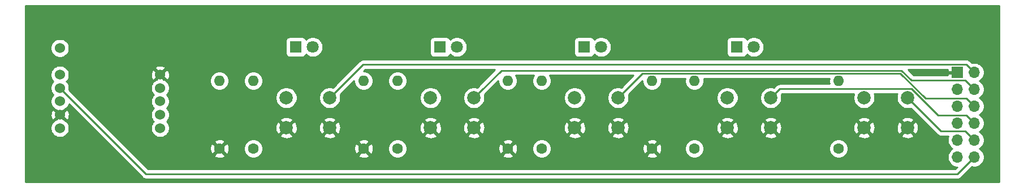
<source format=gbl>
G04 #@! TF.GenerationSoftware,KiCad,Pcbnew,5.1.5+dfsg1-2build2*
G04 #@! TF.CreationDate,2021-12-17T12:38:29-06:00*
G04 #@! TF.ProjectId,programming-board,70726f67-7261-46d6-9d69-6e672d626f61,rev?*
G04 #@! TF.SameCoordinates,Original*
G04 #@! TF.FileFunction,Copper,L2,Bot*
G04 #@! TF.FilePolarity,Positive*
%FSLAX46Y46*%
G04 Gerber Fmt 4.6, Leading zero omitted, Abs format (unit mm)*
G04 Created by KiCad (PCBNEW 5.1.5+dfsg1-2build2) date 2021-12-17 12:38:29*
%MOMM*%
%LPD*%
G04 APERTURE LIST*
%ADD10C,1.524000*%
%ADD11R,1.800000X1.800000*%
%ADD12C,1.800000*%
%ADD13R,1.700000X1.700000*%
%ADD14O,1.700000X1.700000*%
%ADD15C,1.600000*%
%ADD16O,1.600000X1.600000*%
%ADD17C,2.000000*%
%ADD18C,0.250000*%
%ADD19C,0.254000*%
G04 APERTURE END LIST*
D10*
X75170000Y-73820000D03*
X75170000Y-77820000D03*
X75170000Y-79820000D03*
X75170000Y-81820000D03*
X75170000Y-83820000D03*
X75170000Y-85820000D03*
X90170000Y-85820000D03*
X90170000Y-83820000D03*
X90170000Y-81820000D03*
X90170000Y-79820000D03*
X90170000Y-77820000D03*
D11*
X110490000Y-73660000D03*
D12*
X113030000Y-73660000D03*
X134620000Y-73660000D03*
D11*
X132080000Y-73660000D03*
X153670000Y-73660000D03*
D12*
X156210000Y-73660000D03*
X179070000Y-73660000D03*
D11*
X176530000Y-73660000D03*
D13*
X209550000Y-77470000D03*
D14*
X212090000Y-77470000D03*
X209550000Y-80010000D03*
X212090000Y-80010000D03*
X209550000Y-82550000D03*
X212090000Y-82550000D03*
X209550000Y-85090000D03*
X212090000Y-85090000D03*
X209550000Y-87630000D03*
X212090000Y-87630000D03*
X209550000Y-90170000D03*
X212090000Y-90170000D03*
D15*
X99060000Y-88900000D03*
D16*
X99060000Y-78740000D03*
X120650000Y-78740000D03*
D15*
X120650000Y-88900000D03*
X142240000Y-88900000D03*
D16*
X142240000Y-78740000D03*
X163830000Y-78740000D03*
D15*
X163830000Y-88900000D03*
X104140000Y-88900000D03*
D16*
X104140000Y-78740000D03*
D15*
X125730000Y-88900000D03*
D16*
X125730000Y-78740000D03*
X147320000Y-78740000D03*
D15*
X147320000Y-88900000D03*
D16*
X170180000Y-78740000D03*
D15*
X170180000Y-88900000D03*
X191770000Y-88900000D03*
D16*
X191770000Y-78740000D03*
D17*
X115570000Y-81280000D03*
X115570000Y-85780000D03*
X109070000Y-81280000D03*
X109070000Y-85780000D03*
X130660000Y-85780000D03*
X130660000Y-81280000D03*
X137160000Y-85780000D03*
X137160000Y-81280000D03*
X158750000Y-81280000D03*
X158750000Y-85780000D03*
X152250000Y-81280000D03*
X152250000Y-85780000D03*
X175110000Y-85780000D03*
X175110000Y-81280000D03*
X181610000Y-85780000D03*
X181610000Y-81280000D03*
X195580000Y-85780000D03*
X195580000Y-81280000D03*
X202080000Y-85780000D03*
X202080000Y-81280000D03*
D18*
X120555001Y-76294999D02*
X116569999Y-80280001D01*
X116569999Y-80280001D02*
X115570000Y-81280000D01*
X210914999Y-76294999D02*
X120555001Y-76294999D01*
X212090000Y-77470000D02*
X210914999Y-76294999D01*
X138159999Y-80280001D02*
X137160000Y-81280000D01*
X201198811Y-77164989D02*
X141275011Y-77164989D01*
X202678823Y-78645001D02*
X201198811Y-77164989D01*
X210725001Y-78645001D02*
X202678823Y-78645001D01*
X141275011Y-77164989D02*
X138159999Y-80280001D01*
X212090000Y-80010000D02*
X210725001Y-78645001D01*
X159749999Y-80280001D02*
X158750000Y-81280000D01*
X162415001Y-77614999D02*
X159749999Y-80280001D01*
X201012411Y-77614999D02*
X162415001Y-77614999D01*
X204772411Y-81374999D02*
X201012411Y-77614999D01*
X210914999Y-81374999D02*
X204772411Y-81374999D01*
X212090000Y-82550000D02*
X210914999Y-81374999D01*
X182609999Y-80280001D02*
X181610000Y-81280000D01*
X182935001Y-79954999D02*
X182609999Y-80280001D01*
X202716001Y-79954999D02*
X182935001Y-79954999D01*
X206676001Y-83914999D02*
X202716001Y-79954999D01*
X210914999Y-83914999D02*
X206676001Y-83914999D01*
X212090000Y-85090000D02*
X210914999Y-83914999D01*
X207065001Y-86265001D02*
X203079999Y-82279999D01*
X203079999Y-82279999D02*
X202080000Y-81280000D01*
X210725001Y-86265001D02*
X207065001Y-86265001D01*
X212090000Y-87630000D02*
X210725001Y-86265001D01*
X75170000Y-79820000D02*
X88060000Y-92710000D01*
X209550000Y-92710000D02*
X212090000Y-90170000D01*
X88060000Y-92710000D02*
X209550000Y-92710000D01*
D19*
G36*
X215773000Y-93853000D02*
G01*
X69977000Y-93853000D01*
X69977000Y-85682408D01*
X73773000Y-85682408D01*
X73773000Y-85957592D01*
X73826686Y-86227490D01*
X73931995Y-86481727D01*
X74084880Y-86710535D01*
X74279465Y-86905120D01*
X74508273Y-87058005D01*
X74762510Y-87163314D01*
X75032408Y-87217000D01*
X75307592Y-87217000D01*
X75577490Y-87163314D01*
X75831727Y-87058005D01*
X76060535Y-86905120D01*
X76255120Y-86710535D01*
X76408005Y-86481727D01*
X76513314Y-86227490D01*
X76567000Y-85957592D01*
X76567000Y-85682408D01*
X76513314Y-85412510D01*
X76408005Y-85158273D01*
X76255120Y-84929465D01*
X76060535Y-84734880D01*
X75831727Y-84581995D01*
X75696290Y-84525895D01*
X75170000Y-83999605D01*
X74643710Y-84525895D01*
X74508273Y-84581995D01*
X74279465Y-84734880D01*
X74084880Y-84929465D01*
X73931995Y-85158273D01*
X73826686Y-85412510D01*
X73773000Y-85682408D01*
X69977000Y-85682408D01*
X69977000Y-83892017D01*
X73768090Y-83892017D01*
X73809078Y-84164133D01*
X73902364Y-84423023D01*
X73964344Y-84538980D01*
X74204435Y-84605960D01*
X74990395Y-83820000D01*
X75349605Y-83820000D01*
X76135565Y-84605960D01*
X76375656Y-84538980D01*
X76492756Y-84289952D01*
X76559023Y-84022865D01*
X76571910Y-83747983D01*
X76530922Y-83475867D01*
X76437636Y-83216977D01*
X76375656Y-83101020D01*
X76135565Y-83034040D01*
X75349605Y-83820000D01*
X74990395Y-83820000D01*
X74204435Y-83034040D01*
X73964344Y-83101020D01*
X73847244Y-83350048D01*
X73780977Y-83617135D01*
X73768090Y-83892017D01*
X69977000Y-83892017D01*
X69977000Y-77682408D01*
X73773000Y-77682408D01*
X73773000Y-77957592D01*
X73826686Y-78227490D01*
X73931995Y-78481727D01*
X74084880Y-78710535D01*
X74194345Y-78820000D01*
X74084880Y-78929465D01*
X73931995Y-79158273D01*
X73826686Y-79412510D01*
X73773000Y-79682408D01*
X73773000Y-79957592D01*
X73826686Y-80227490D01*
X73931995Y-80481727D01*
X74084880Y-80710535D01*
X74194345Y-80820000D01*
X74084880Y-80929465D01*
X73931995Y-81158273D01*
X73826686Y-81412510D01*
X73773000Y-81682408D01*
X73773000Y-81957592D01*
X73826686Y-82227490D01*
X73931995Y-82481727D01*
X74084880Y-82710535D01*
X74279465Y-82905120D01*
X74508273Y-83058005D01*
X74643710Y-83114105D01*
X75170000Y-83640395D01*
X75696290Y-83114105D01*
X75831727Y-83058005D01*
X76060535Y-82905120D01*
X76255120Y-82710535D01*
X76408005Y-82481727D01*
X76510202Y-82235003D01*
X87496201Y-93221003D01*
X87519999Y-93250001D01*
X87635724Y-93344974D01*
X87767753Y-93415546D01*
X87911014Y-93459003D01*
X88022667Y-93470000D01*
X88022677Y-93470000D01*
X88060000Y-93473676D01*
X88097323Y-93470000D01*
X209512678Y-93470000D01*
X209550000Y-93473676D01*
X209587322Y-93470000D01*
X209587333Y-93470000D01*
X209698986Y-93459003D01*
X209842247Y-93415546D01*
X209974276Y-93344974D01*
X210090001Y-93250001D01*
X210113804Y-93220997D01*
X211723593Y-91611210D01*
X211943740Y-91655000D01*
X212236260Y-91655000D01*
X212523158Y-91597932D01*
X212793411Y-91485990D01*
X213036632Y-91323475D01*
X213243475Y-91116632D01*
X213405990Y-90873411D01*
X213517932Y-90603158D01*
X213575000Y-90316260D01*
X213575000Y-90023740D01*
X213517932Y-89736842D01*
X213405990Y-89466589D01*
X213243475Y-89223368D01*
X213036632Y-89016525D01*
X212862240Y-88900000D01*
X213036632Y-88783475D01*
X213243475Y-88576632D01*
X213405990Y-88333411D01*
X213517932Y-88063158D01*
X213575000Y-87776260D01*
X213575000Y-87483740D01*
X213517932Y-87196842D01*
X213405990Y-86926589D01*
X213243475Y-86683368D01*
X213036632Y-86476525D01*
X212862240Y-86360000D01*
X213036632Y-86243475D01*
X213243475Y-86036632D01*
X213405990Y-85793411D01*
X213517932Y-85523158D01*
X213575000Y-85236260D01*
X213575000Y-84943740D01*
X213517932Y-84656842D01*
X213405990Y-84386589D01*
X213243475Y-84143368D01*
X213036632Y-83936525D01*
X212862240Y-83820000D01*
X213036632Y-83703475D01*
X213243475Y-83496632D01*
X213405990Y-83253411D01*
X213517932Y-82983158D01*
X213575000Y-82696260D01*
X213575000Y-82403740D01*
X213517932Y-82116842D01*
X213405990Y-81846589D01*
X213243475Y-81603368D01*
X213036632Y-81396525D01*
X212862240Y-81280000D01*
X213036632Y-81163475D01*
X213243475Y-80956632D01*
X213405990Y-80713411D01*
X213517932Y-80443158D01*
X213575000Y-80156260D01*
X213575000Y-79863740D01*
X213517932Y-79576842D01*
X213405990Y-79306589D01*
X213243475Y-79063368D01*
X213036632Y-78856525D01*
X212862240Y-78740000D01*
X213036632Y-78623475D01*
X213243475Y-78416632D01*
X213405990Y-78173411D01*
X213517932Y-77903158D01*
X213575000Y-77616260D01*
X213575000Y-77323740D01*
X213517932Y-77036842D01*
X213405990Y-76766589D01*
X213243475Y-76523368D01*
X213036632Y-76316525D01*
X212793411Y-76154010D01*
X212523158Y-76042068D01*
X212236260Y-75985000D01*
X211943740Y-75985000D01*
X211723592Y-76028791D01*
X211478803Y-75784002D01*
X211455000Y-75754998D01*
X211339275Y-75660025D01*
X211207246Y-75589453D01*
X211063985Y-75545996D01*
X210952332Y-75534999D01*
X210952321Y-75534999D01*
X210914999Y-75531323D01*
X210877677Y-75534999D01*
X120592324Y-75534999D01*
X120555001Y-75531323D01*
X120517678Y-75534999D01*
X120517668Y-75534999D01*
X120406015Y-75545996D01*
X120262754Y-75589453D01*
X120130724Y-75660025D01*
X120047084Y-75728667D01*
X120015000Y-75754998D01*
X119991202Y-75783996D01*
X116061376Y-79713823D01*
X116046912Y-79707832D01*
X115731033Y-79645000D01*
X115408967Y-79645000D01*
X115093088Y-79707832D01*
X114795537Y-79831082D01*
X114527748Y-80010013D01*
X114300013Y-80237748D01*
X114121082Y-80505537D01*
X113997832Y-80803088D01*
X113935000Y-81118967D01*
X113935000Y-81441033D01*
X113997832Y-81756912D01*
X114121082Y-82054463D01*
X114300013Y-82322252D01*
X114527748Y-82549987D01*
X114795537Y-82728918D01*
X115093088Y-82852168D01*
X115408967Y-82915000D01*
X115731033Y-82915000D01*
X116046912Y-82852168D01*
X116344463Y-82728918D01*
X116612252Y-82549987D01*
X116839987Y-82322252D01*
X117018918Y-82054463D01*
X117142168Y-81756912D01*
X117205000Y-81441033D01*
X117205000Y-81118967D01*
X129025000Y-81118967D01*
X129025000Y-81441033D01*
X129087832Y-81756912D01*
X129211082Y-82054463D01*
X129390013Y-82322252D01*
X129617748Y-82549987D01*
X129885537Y-82728918D01*
X130183088Y-82852168D01*
X130498967Y-82915000D01*
X130821033Y-82915000D01*
X131136912Y-82852168D01*
X131434463Y-82728918D01*
X131702252Y-82549987D01*
X131929987Y-82322252D01*
X132108918Y-82054463D01*
X132232168Y-81756912D01*
X132295000Y-81441033D01*
X132295000Y-81118967D01*
X132232168Y-80803088D01*
X132108918Y-80505537D01*
X131929987Y-80237748D01*
X131702252Y-80010013D01*
X131434463Y-79831082D01*
X131136912Y-79707832D01*
X130821033Y-79645000D01*
X130498967Y-79645000D01*
X130183088Y-79707832D01*
X129885537Y-79831082D01*
X129617748Y-80010013D01*
X129390013Y-80237748D01*
X129211082Y-80505537D01*
X129087832Y-80803088D01*
X129025000Y-81118967D01*
X117205000Y-81118967D01*
X117142168Y-80803088D01*
X117136177Y-80788624D01*
X119215000Y-78709802D01*
X119215000Y-78881335D01*
X119270147Y-79158574D01*
X119378320Y-79419727D01*
X119535363Y-79654759D01*
X119735241Y-79854637D01*
X119970273Y-80011680D01*
X120231426Y-80119853D01*
X120508665Y-80175000D01*
X120791335Y-80175000D01*
X121068574Y-80119853D01*
X121329727Y-80011680D01*
X121564759Y-79854637D01*
X121764637Y-79654759D01*
X121921680Y-79419727D01*
X122029853Y-79158574D01*
X122085000Y-78881335D01*
X122085000Y-78598665D01*
X124295000Y-78598665D01*
X124295000Y-78881335D01*
X124350147Y-79158574D01*
X124458320Y-79419727D01*
X124615363Y-79654759D01*
X124815241Y-79854637D01*
X125050273Y-80011680D01*
X125311426Y-80119853D01*
X125588665Y-80175000D01*
X125871335Y-80175000D01*
X126148574Y-80119853D01*
X126409727Y-80011680D01*
X126644759Y-79854637D01*
X126844637Y-79654759D01*
X127001680Y-79419727D01*
X127109853Y-79158574D01*
X127165000Y-78881335D01*
X127165000Y-78598665D01*
X127109853Y-78321426D01*
X127001680Y-78060273D01*
X126844637Y-77825241D01*
X126644759Y-77625363D01*
X126409727Y-77468320D01*
X126148574Y-77360147D01*
X125871335Y-77305000D01*
X125588665Y-77305000D01*
X125311426Y-77360147D01*
X125050273Y-77468320D01*
X124815241Y-77625363D01*
X124615363Y-77825241D01*
X124458320Y-78060273D01*
X124350147Y-78321426D01*
X124295000Y-78598665D01*
X122085000Y-78598665D01*
X122029853Y-78321426D01*
X121921680Y-78060273D01*
X121764637Y-77825241D01*
X121564759Y-77625363D01*
X121329727Y-77468320D01*
X121068574Y-77360147D01*
X120791335Y-77305000D01*
X120619802Y-77305000D01*
X120869803Y-77054999D01*
X140310199Y-77054999D01*
X137651376Y-79713823D01*
X137636912Y-79707832D01*
X137321033Y-79645000D01*
X136998967Y-79645000D01*
X136683088Y-79707832D01*
X136385537Y-79831082D01*
X136117748Y-80010013D01*
X135890013Y-80237748D01*
X135711082Y-80505537D01*
X135587832Y-80803088D01*
X135525000Y-81118967D01*
X135525000Y-81441033D01*
X135587832Y-81756912D01*
X135711082Y-82054463D01*
X135890013Y-82322252D01*
X136117748Y-82549987D01*
X136385537Y-82728918D01*
X136683088Y-82852168D01*
X136998967Y-82915000D01*
X137321033Y-82915000D01*
X137636912Y-82852168D01*
X137934463Y-82728918D01*
X138202252Y-82549987D01*
X138429987Y-82322252D01*
X138608918Y-82054463D01*
X138732168Y-81756912D01*
X138795000Y-81441033D01*
X138795000Y-81118967D01*
X150615000Y-81118967D01*
X150615000Y-81441033D01*
X150677832Y-81756912D01*
X150801082Y-82054463D01*
X150980013Y-82322252D01*
X151207748Y-82549987D01*
X151475537Y-82728918D01*
X151773088Y-82852168D01*
X152088967Y-82915000D01*
X152411033Y-82915000D01*
X152726912Y-82852168D01*
X153024463Y-82728918D01*
X153292252Y-82549987D01*
X153519987Y-82322252D01*
X153698918Y-82054463D01*
X153822168Y-81756912D01*
X153885000Y-81441033D01*
X153885000Y-81118967D01*
X153822168Y-80803088D01*
X153698918Y-80505537D01*
X153519987Y-80237748D01*
X153292252Y-80010013D01*
X153024463Y-79831082D01*
X152726912Y-79707832D01*
X152411033Y-79645000D01*
X152088967Y-79645000D01*
X151773088Y-79707832D01*
X151475537Y-79831082D01*
X151207748Y-80010013D01*
X150980013Y-80237748D01*
X150801082Y-80505537D01*
X150677832Y-80803088D01*
X150615000Y-81118967D01*
X138795000Y-81118967D01*
X138732168Y-80803088D01*
X138726177Y-80788624D01*
X140805000Y-78709802D01*
X140805000Y-78881335D01*
X140860147Y-79158574D01*
X140968320Y-79419727D01*
X141125363Y-79654759D01*
X141325241Y-79854637D01*
X141560273Y-80011680D01*
X141821426Y-80119853D01*
X142098665Y-80175000D01*
X142381335Y-80175000D01*
X142658574Y-80119853D01*
X142919727Y-80011680D01*
X143154759Y-79854637D01*
X143354637Y-79654759D01*
X143511680Y-79419727D01*
X143619853Y-79158574D01*
X143675000Y-78881335D01*
X143675000Y-78598665D01*
X143619853Y-78321426D01*
X143511680Y-78060273D01*
X143421286Y-77924989D01*
X146138714Y-77924989D01*
X146048320Y-78060273D01*
X145940147Y-78321426D01*
X145885000Y-78598665D01*
X145885000Y-78881335D01*
X145940147Y-79158574D01*
X146048320Y-79419727D01*
X146205363Y-79654759D01*
X146405241Y-79854637D01*
X146640273Y-80011680D01*
X146901426Y-80119853D01*
X147178665Y-80175000D01*
X147461335Y-80175000D01*
X147738574Y-80119853D01*
X147999727Y-80011680D01*
X148234759Y-79854637D01*
X148434637Y-79654759D01*
X148591680Y-79419727D01*
X148699853Y-79158574D01*
X148755000Y-78881335D01*
X148755000Y-78598665D01*
X148699853Y-78321426D01*
X148591680Y-78060273D01*
X148501286Y-77924989D01*
X161030209Y-77924989D01*
X159241376Y-79713823D01*
X159226912Y-79707832D01*
X158911033Y-79645000D01*
X158588967Y-79645000D01*
X158273088Y-79707832D01*
X157975537Y-79831082D01*
X157707748Y-80010013D01*
X157480013Y-80237748D01*
X157301082Y-80505537D01*
X157177832Y-80803088D01*
X157115000Y-81118967D01*
X157115000Y-81441033D01*
X157177832Y-81756912D01*
X157301082Y-82054463D01*
X157480013Y-82322252D01*
X157707748Y-82549987D01*
X157975537Y-82728918D01*
X158273088Y-82852168D01*
X158588967Y-82915000D01*
X158911033Y-82915000D01*
X159226912Y-82852168D01*
X159524463Y-82728918D01*
X159792252Y-82549987D01*
X160019987Y-82322252D01*
X160198918Y-82054463D01*
X160322168Y-81756912D01*
X160385000Y-81441033D01*
X160385000Y-81118967D01*
X173475000Y-81118967D01*
X173475000Y-81441033D01*
X173537832Y-81756912D01*
X173661082Y-82054463D01*
X173840013Y-82322252D01*
X174067748Y-82549987D01*
X174335537Y-82728918D01*
X174633088Y-82852168D01*
X174948967Y-82915000D01*
X175271033Y-82915000D01*
X175586912Y-82852168D01*
X175884463Y-82728918D01*
X176152252Y-82549987D01*
X176379987Y-82322252D01*
X176558918Y-82054463D01*
X176682168Y-81756912D01*
X176745000Y-81441033D01*
X176745000Y-81118967D01*
X176682168Y-80803088D01*
X176558918Y-80505537D01*
X176379987Y-80237748D01*
X176152252Y-80010013D01*
X175884463Y-79831082D01*
X175586912Y-79707832D01*
X175271033Y-79645000D01*
X174948967Y-79645000D01*
X174633088Y-79707832D01*
X174335537Y-79831082D01*
X174067748Y-80010013D01*
X173840013Y-80237748D01*
X173661082Y-80505537D01*
X173537832Y-80803088D01*
X173475000Y-81118967D01*
X160385000Y-81118967D01*
X160322168Y-80803088D01*
X160316177Y-80788624D01*
X162395000Y-78709802D01*
X162395000Y-78881335D01*
X162450147Y-79158574D01*
X162558320Y-79419727D01*
X162715363Y-79654759D01*
X162915241Y-79854637D01*
X163150273Y-80011680D01*
X163411426Y-80119853D01*
X163688665Y-80175000D01*
X163971335Y-80175000D01*
X164248574Y-80119853D01*
X164509727Y-80011680D01*
X164744759Y-79854637D01*
X164944637Y-79654759D01*
X165101680Y-79419727D01*
X165209853Y-79158574D01*
X165265000Y-78881335D01*
X165265000Y-78598665D01*
X165220509Y-78374999D01*
X168789491Y-78374999D01*
X168745000Y-78598665D01*
X168745000Y-78881335D01*
X168800147Y-79158574D01*
X168908320Y-79419727D01*
X169065363Y-79654759D01*
X169265241Y-79854637D01*
X169500273Y-80011680D01*
X169761426Y-80119853D01*
X170038665Y-80175000D01*
X170321335Y-80175000D01*
X170598574Y-80119853D01*
X170859727Y-80011680D01*
X171094759Y-79854637D01*
X171294637Y-79654759D01*
X171451680Y-79419727D01*
X171559853Y-79158574D01*
X171615000Y-78881335D01*
X171615000Y-78598665D01*
X171570509Y-78374999D01*
X190379491Y-78374999D01*
X190335000Y-78598665D01*
X190335000Y-78881335D01*
X190390147Y-79158574D01*
X190405235Y-79194999D01*
X182972323Y-79194999D01*
X182935000Y-79191323D01*
X182897677Y-79194999D01*
X182897668Y-79194999D01*
X182786015Y-79205996D01*
X182642754Y-79249453D01*
X182510725Y-79320025D01*
X182395000Y-79414998D01*
X182371197Y-79444002D01*
X182101376Y-79713823D01*
X182086912Y-79707832D01*
X181771033Y-79645000D01*
X181448967Y-79645000D01*
X181133088Y-79707832D01*
X180835537Y-79831082D01*
X180567748Y-80010013D01*
X180340013Y-80237748D01*
X180161082Y-80505537D01*
X180037832Y-80803088D01*
X179975000Y-81118967D01*
X179975000Y-81441033D01*
X180037832Y-81756912D01*
X180161082Y-82054463D01*
X180340013Y-82322252D01*
X180567748Y-82549987D01*
X180835537Y-82728918D01*
X181133088Y-82852168D01*
X181448967Y-82915000D01*
X181771033Y-82915000D01*
X182086912Y-82852168D01*
X182384463Y-82728918D01*
X182652252Y-82549987D01*
X182879987Y-82322252D01*
X183058918Y-82054463D01*
X183182168Y-81756912D01*
X183245000Y-81441033D01*
X183245000Y-81118967D01*
X183182168Y-80803088D01*
X183176177Y-80788624D01*
X183249802Y-80714999D01*
X194044320Y-80714999D01*
X194007832Y-80803088D01*
X193945000Y-81118967D01*
X193945000Y-81441033D01*
X194007832Y-81756912D01*
X194131082Y-82054463D01*
X194310013Y-82322252D01*
X194537748Y-82549987D01*
X194805537Y-82728918D01*
X195103088Y-82852168D01*
X195418967Y-82915000D01*
X195741033Y-82915000D01*
X196056912Y-82852168D01*
X196354463Y-82728918D01*
X196622252Y-82549987D01*
X196849987Y-82322252D01*
X197028918Y-82054463D01*
X197152168Y-81756912D01*
X197215000Y-81441033D01*
X197215000Y-81118967D01*
X197152168Y-80803088D01*
X197115680Y-80714999D01*
X200544320Y-80714999D01*
X200507832Y-80803088D01*
X200445000Y-81118967D01*
X200445000Y-81441033D01*
X200507832Y-81756912D01*
X200631082Y-82054463D01*
X200810013Y-82322252D01*
X201037748Y-82549987D01*
X201305537Y-82728918D01*
X201603088Y-82852168D01*
X201918967Y-82915000D01*
X202241033Y-82915000D01*
X202556912Y-82852168D01*
X202571376Y-82846177D01*
X206501201Y-86776003D01*
X206525000Y-86805002D01*
X206553998Y-86828800D01*
X206640724Y-86899975D01*
X206772754Y-86970547D01*
X206916015Y-87014004D01*
X207027668Y-87025001D01*
X207027678Y-87025001D01*
X207065001Y-87028677D01*
X207102324Y-87025001D01*
X208193247Y-87025001D01*
X208122068Y-87196842D01*
X208065000Y-87483740D01*
X208065000Y-87776260D01*
X208122068Y-88063158D01*
X208234010Y-88333411D01*
X208396525Y-88576632D01*
X208603368Y-88783475D01*
X208777760Y-88900000D01*
X208603368Y-89016525D01*
X208396525Y-89223368D01*
X208234010Y-89466589D01*
X208122068Y-89736842D01*
X208065000Y-90023740D01*
X208065000Y-90316260D01*
X208122068Y-90603158D01*
X208234010Y-90873411D01*
X208396525Y-91116632D01*
X208603368Y-91323475D01*
X208846589Y-91485990D01*
X209116842Y-91597932D01*
X209403740Y-91655000D01*
X209530199Y-91655000D01*
X209235199Y-91950000D01*
X88374802Y-91950000D01*
X86317504Y-89892702D01*
X98246903Y-89892702D01*
X98318486Y-90136671D01*
X98573996Y-90257571D01*
X98848184Y-90326300D01*
X99130512Y-90340217D01*
X99410130Y-90298787D01*
X99676292Y-90203603D01*
X99801514Y-90136671D01*
X99873097Y-89892702D01*
X99060000Y-89079605D01*
X98246903Y-89892702D01*
X86317504Y-89892702D01*
X85395314Y-88970512D01*
X97619783Y-88970512D01*
X97661213Y-89250130D01*
X97756397Y-89516292D01*
X97823329Y-89641514D01*
X98067298Y-89713097D01*
X98880395Y-88900000D01*
X99239605Y-88900000D01*
X100052702Y-89713097D01*
X100296671Y-89641514D01*
X100417571Y-89386004D01*
X100486300Y-89111816D01*
X100500217Y-88829488D01*
X100489724Y-88758665D01*
X102705000Y-88758665D01*
X102705000Y-89041335D01*
X102760147Y-89318574D01*
X102868320Y-89579727D01*
X103025363Y-89814759D01*
X103225241Y-90014637D01*
X103460273Y-90171680D01*
X103721426Y-90279853D01*
X103998665Y-90335000D01*
X104281335Y-90335000D01*
X104558574Y-90279853D01*
X104819727Y-90171680D01*
X105054759Y-90014637D01*
X105176694Y-89892702D01*
X119836903Y-89892702D01*
X119908486Y-90136671D01*
X120163996Y-90257571D01*
X120438184Y-90326300D01*
X120720512Y-90340217D01*
X121000130Y-90298787D01*
X121266292Y-90203603D01*
X121391514Y-90136671D01*
X121463097Y-89892702D01*
X120650000Y-89079605D01*
X119836903Y-89892702D01*
X105176694Y-89892702D01*
X105254637Y-89814759D01*
X105411680Y-89579727D01*
X105519853Y-89318574D01*
X105575000Y-89041335D01*
X105575000Y-88970512D01*
X119209783Y-88970512D01*
X119251213Y-89250130D01*
X119346397Y-89516292D01*
X119413329Y-89641514D01*
X119657298Y-89713097D01*
X120470395Y-88900000D01*
X120829605Y-88900000D01*
X121642702Y-89713097D01*
X121886671Y-89641514D01*
X122007571Y-89386004D01*
X122076300Y-89111816D01*
X122090217Y-88829488D01*
X122079724Y-88758665D01*
X124295000Y-88758665D01*
X124295000Y-89041335D01*
X124350147Y-89318574D01*
X124458320Y-89579727D01*
X124615363Y-89814759D01*
X124815241Y-90014637D01*
X125050273Y-90171680D01*
X125311426Y-90279853D01*
X125588665Y-90335000D01*
X125871335Y-90335000D01*
X126148574Y-90279853D01*
X126409727Y-90171680D01*
X126644759Y-90014637D01*
X126766694Y-89892702D01*
X141426903Y-89892702D01*
X141498486Y-90136671D01*
X141753996Y-90257571D01*
X142028184Y-90326300D01*
X142310512Y-90340217D01*
X142590130Y-90298787D01*
X142856292Y-90203603D01*
X142981514Y-90136671D01*
X143053097Y-89892702D01*
X142240000Y-89079605D01*
X141426903Y-89892702D01*
X126766694Y-89892702D01*
X126844637Y-89814759D01*
X127001680Y-89579727D01*
X127109853Y-89318574D01*
X127165000Y-89041335D01*
X127165000Y-88970512D01*
X140799783Y-88970512D01*
X140841213Y-89250130D01*
X140936397Y-89516292D01*
X141003329Y-89641514D01*
X141247298Y-89713097D01*
X142060395Y-88900000D01*
X142419605Y-88900000D01*
X143232702Y-89713097D01*
X143476671Y-89641514D01*
X143597571Y-89386004D01*
X143666300Y-89111816D01*
X143680217Y-88829488D01*
X143669724Y-88758665D01*
X145885000Y-88758665D01*
X145885000Y-89041335D01*
X145940147Y-89318574D01*
X146048320Y-89579727D01*
X146205363Y-89814759D01*
X146405241Y-90014637D01*
X146640273Y-90171680D01*
X146901426Y-90279853D01*
X147178665Y-90335000D01*
X147461335Y-90335000D01*
X147738574Y-90279853D01*
X147999727Y-90171680D01*
X148234759Y-90014637D01*
X148356694Y-89892702D01*
X163016903Y-89892702D01*
X163088486Y-90136671D01*
X163343996Y-90257571D01*
X163618184Y-90326300D01*
X163900512Y-90340217D01*
X164180130Y-90298787D01*
X164446292Y-90203603D01*
X164571514Y-90136671D01*
X164643097Y-89892702D01*
X163830000Y-89079605D01*
X163016903Y-89892702D01*
X148356694Y-89892702D01*
X148434637Y-89814759D01*
X148591680Y-89579727D01*
X148699853Y-89318574D01*
X148755000Y-89041335D01*
X148755000Y-88970512D01*
X162389783Y-88970512D01*
X162431213Y-89250130D01*
X162526397Y-89516292D01*
X162593329Y-89641514D01*
X162837298Y-89713097D01*
X163650395Y-88900000D01*
X164009605Y-88900000D01*
X164822702Y-89713097D01*
X165066671Y-89641514D01*
X165187571Y-89386004D01*
X165256300Y-89111816D01*
X165270217Y-88829488D01*
X165259724Y-88758665D01*
X168745000Y-88758665D01*
X168745000Y-89041335D01*
X168800147Y-89318574D01*
X168908320Y-89579727D01*
X169065363Y-89814759D01*
X169265241Y-90014637D01*
X169500273Y-90171680D01*
X169761426Y-90279853D01*
X170038665Y-90335000D01*
X170321335Y-90335000D01*
X170598574Y-90279853D01*
X170859727Y-90171680D01*
X171094759Y-90014637D01*
X171294637Y-89814759D01*
X171451680Y-89579727D01*
X171559853Y-89318574D01*
X171615000Y-89041335D01*
X171615000Y-88758665D01*
X190335000Y-88758665D01*
X190335000Y-89041335D01*
X190390147Y-89318574D01*
X190498320Y-89579727D01*
X190655363Y-89814759D01*
X190855241Y-90014637D01*
X191090273Y-90171680D01*
X191351426Y-90279853D01*
X191628665Y-90335000D01*
X191911335Y-90335000D01*
X192188574Y-90279853D01*
X192449727Y-90171680D01*
X192684759Y-90014637D01*
X192884637Y-89814759D01*
X193041680Y-89579727D01*
X193149853Y-89318574D01*
X193205000Y-89041335D01*
X193205000Y-88758665D01*
X193149853Y-88481426D01*
X193041680Y-88220273D01*
X192884637Y-87985241D01*
X192684759Y-87785363D01*
X192449727Y-87628320D01*
X192188574Y-87520147D01*
X191911335Y-87465000D01*
X191628665Y-87465000D01*
X191351426Y-87520147D01*
X191090273Y-87628320D01*
X190855241Y-87785363D01*
X190655363Y-87985241D01*
X190498320Y-88220273D01*
X190390147Y-88481426D01*
X190335000Y-88758665D01*
X171615000Y-88758665D01*
X171559853Y-88481426D01*
X171451680Y-88220273D01*
X171294637Y-87985241D01*
X171094759Y-87785363D01*
X170859727Y-87628320D01*
X170598574Y-87520147D01*
X170321335Y-87465000D01*
X170038665Y-87465000D01*
X169761426Y-87520147D01*
X169500273Y-87628320D01*
X169265241Y-87785363D01*
X169065363Y-87985241D01*
X168908320Y-88220273D01*
X168800147Y-88481426D01*
X168745000Y-88758665D01*
X165259724Y-88758665D01*
X165228787Y-88549870D01*
X165133603Y-88283708D01*
X165066671Y-88158486D01*
X164822702Y-88086903D01*
X164009605Y-88900000D01*
X163650395Y-88900000D01*
X162837298Y-88086903D01*
X162593329Y-88158486D01*
X162472429Y-88413996D01*
X162403700Y-88688184D01*
X162389783Y-88970512D01*
X148755000Y-88970512D01*
X148755000Y-88758665D01*
X148699853Y-88481426D01*
X148591680Y-88220273D01*
X148434637Y-87985241D01*
X148356694Y-87907298D01*
X163016903Y-87907298D01*
X163830000Y-88720395D01*
X164643097Y-87907298D01*
X164571514Y-87663329D01*
X164316004Y-87542429D01*
X164041816Y-87473700D01*
X163759488Y-87459783D01*
X163479870Y-87501213D01*
X163213708Y-87596397D01*
X163088486Y-87663329D01*
X163016903Y-87907298D01*
X148356694Y-87907298D01*
X148234759Y-87785363D01*
X147999727Y-87628320D01*
X147738574Y-87520147D01*
X147461335Y-87465000D01*
X147178665Y-87465000D01*
X146901426Y-87520147D01*
X146640273Y-87628320D01*
X146405241Y-87785363D01*
X146205363Y-87985241D01*
X146048320Y-88220273D01*
X145940147Y-88481426D01*
X145885000Y-88758665D01*
X143669724Y-88758665D01*
X143638787Y-88549870D01*
X143543603Y-88283708D01*
X143476671Y-88158486D01*
X143232702Y-88086903D01*
X142419605Y-88900000D01*
X142060395Y-88900000D01*
X141247298Y-88086903D01*
X141003329Y-88158486D01*
X140882429Y-88413996D01*
X140813700Y-88688184D01*
X140799783Y-88970512D01*
X127165000Y-88970512D01*
X127165000Y-88758665D01*
X127109853Y-88481426D01*
X127001680Y-88220273D01*
X126844637Y-87985241D01*
X126766694Y-87907298D01*
X141426903Y-87907298D01*
X142240000Y-88720395D01*
X143053097Y-87907298D01*
X142981514Y-87663329D01*
X142726004Y-87542429D01*
X142451816Y-87473700D01*
X142169488Y-87459783D01*
X141889870Y-87501213D01*
X141623708Y-87596397D01*
X141498486Y-87663329D01*
X141426903Y-87907298D01*
X126766694Y-87907298D01*
X126644759Y-87785363D01*
X126409727Y-87628320D01*
X126148574Y-87520147D01*
X125871335Y-87465000D01*
X125588665Y-87465000D01*
X125311426Y-87520147D01*
X125050273Y-87628320D01*
X124815241Y-87785363D01*
X124615363Y-87985241D01*
X124458320Y-88220273D01*
X124350147Y-88481426D01*
X124295000Y-88758665D01*
X122079724Y-88758665D01*
X122048787Y-88549870D01*
X121953603Y-88283708D01*
X121886671Y-88158486D01*
X121642702Y-88086903D01*
X120829605Y-88900000D01*
X120470395Y-88900000D01*
X119657298Y-88086903D01*
X119413329Y-88158486D01*
X119292429Y-88413996D01*
X119223700Y-88688184D01*
X119209783Y-88970512D01*
X105575000Y-88970512D01*
X105575000Y-88758665D01*
X105519853Y-88481426D01*
X105411680Y-88220273D01*
X105254637Y-87985241D01*
X105176694Y-87907298D01*
X119836903Y-87907298D01*
X120650000Y-88720395D01*
X121463097Y-87907298D01*
X121391514Y-87663329D01*
X121136004Y-87542429D01*
X120861816Y-87473700D01*
X120579488Y-87459783D01*
X120299870Y-87501213D01*
X120033708Y-87596397D01*
X119908486Y-87663329D01*
X119836903Y-87907298D01*
X105176694Y-87907298D01*
X105054759Y-87785363D01*
X104819727Y-87628320D01*
X104558574Y-87520147D01*
X104281335Y-87465000D01*
X103998665Y-87465000D01*
X103721426Y-87520147D01*
X103460273Y-87628320D01*
X103225241Y-87785363D01*
X103025363Y-87985241D01*
X102868320Y-88220273D01*
X102760147Y-88481426D01*
X102705000Y-88758665D01*
X100489724Y-88758665D01*
X100458787Y-88549870D01*
X100363603Y-88283708D01*
X100296671Y-88158486D01*
X100052702Y-88086903D01*
X99239605Y-88900000D01*
X98880395Y-88900000D01*
X98067298Y-88086903D01*
X97823329Y-88158486D01*
X97702429Y-88413996D01*
X97633700Y-88688184D01*
X97619783Y-88970512D01*
X85395314Y-88970512D01*
X84332100Y-87907298D01*
X98246903Y-87907298D01*
X99060000Y-88720395D01*
X99873097Y-87907298D01*
X99801514Y-87663329D01*
X99546004Y-87542429D01*
X99271816Y-87473700D01*
X98989488Y-87459783D01*
X98709870Y-87501213D01*
X98443708Y-87596397D01*
X98318486Y-87663329D01*
X98246903Y-87907298D01*
X84332100Y-87907298D01*
X76536372Y-80111571D01*
X76567000Y-79957592D01*
X76567000Y-79682408D01*
X88773000Y-79682408D01*
X88773000Y-79957592D01*
X88826686Y-80227490D01*
X88931995Y-80481727D01*
X89084880Y-80710535D01*
X89194345Y-80820000D01*
X89084880Y-80929465D01*
X88931995Y-81158273D01*
X88826686Y-81412510D01*
X88773000Y-81682408D01*
X88773000Y-81957592D01*
X88826686Y-82227490D01*
X88931995Y-82481727D01*
X89084880Y-82710535D01*
X89194345Y-82820000D01*
X89084880Y-82929465D01*
X88931995Y-83158273D01*
X88826686Y-83412510D01*
X88773000Y-83682408D01*
X88773000Y-83957592D01*
X88826686Y-84227490D01*
X88931995Y-84481727D01*
X89084880Y-84710535D01*
X89194345Y-84820000D01*
X89084880Y-84929465D01*
X88931995Y-85158273D01*
X88826686Y-85412510D01*
X88773000Y-85682408D01*
X88773000Y-85957592D01*
X88826686Y-86227490D01*
X88931995Y-86481727D01*
X89084880Y-86710535D01*
X89279465Y-86905120D01*
X89508273Y-87058005D01*
X89762510Y-87163314D01*
X90032408Y-87217000D01*
X90307592Y-87217000D01*
X90577490Y-87163314D01*
X90831727Y-87058005D01*
X91045130Y-86915413D01*
X108114192Y-86915413D01*
X108209956Y-87179814D01*
X108499571Y-87320704D01*
X108811108Y-87402384D01*
X109132595Y-87421718D01*
X109451675Y-87377961D01*
X109756088Y-87272795D01*
X109930044Y-87179814D01*
X110025808Y-86915413D01*
X114614192Y-86915413D01*
X114709956Y-87179814D01*
X114999571Y-87320704D01*
X115311108Y-87402384D01*
X115632595Y-87421718D01*
X115951675Y-87377961D01*
X116256088Y-87272795D01*
X116430044Y-87179814D01*
X116525808Y-86915413D01*
X129704192Y-86915413D01*
X129799956Y-87179814D01*
X130089571Y-87320704D01*
X130401108Y-87402384D01*
X130722595Y-87421718D01*
X131041675Y-87377961D01*
X131346088Y-87272795D01*
X131520044Y-87179814D01*
X131615808Y-86915413D01*
X136204192Y-86915413D01*
X136299956Y-87179814D01*
X136589571Y-87320704D01*
X136901108Y-87402384D01*
X137222595Y-87421718D01*
X137541675Y-87377961D01*
X137846088Y-87272795D01*
X138020044Y-87179814D01*
X138115808Y-86915413D01*
X151294192Y-86915413D01*
X151389956Y-87179814D01*
X151679571Y-87320704D01*
X151991108Y-87402384D01*
X152312595Y-87421718D01*
X152631675Y-87377961D01*
X152936088Y-87272795D01*
X153110044Y-87179814D01*
X153205808Y-86915413D01*
X157794192Y-86915413D01*
X157889956Y-87179814D01*
X158179571Y-87320704D01*
X158491108Y-87402384D01*
X158812595Y-87421718D01*
X159131675Y-87377961D01*
X159436088Y-87272795D01*
X159610044Y-87179814D01*
X159705808Y-86915413D01*
X174154192Y-86915413D01*
X174249956Y-87179814D01*
X174539571Y-87320704D01*
X174851108Y-87402384D01*
X175172595Y-87421718D01*
X175491675Y-87377961D01*
X175796088Y-87272795D01*
X175970044Y-87179814D01*
X176065808Y-86915413D01*
X180654192Y-86915413D01*
X180749956Y-87179814D01*
X181039571Y-87320704D01*
X181351108Y-87402384D01*
X181672595Y-87421718D01*
X181991675Y-87377961D01*
X182296088Y-87272795D01*
X182470044Y-87179814D01*
X182565808Y-86915413D01*
X194624192Y-86915413D01*
X194719956Y-87179814D01*
X195009571Y-87320704D01*
X195321108Y-87402384D01*
X195642595Y-87421718D01*
X195961675Y-87377961D01*
X196266088Y-87272795D01*
X196440044Y-87179814D01*
X196535808Y-86915413D01*
X201124192Y-86915413D01*
X201219956Y-87179814D01*
X201509571Y-87320704D01*
X201821108Y-87402384D01*
X202142595Y-87421718D01*
X202461675Y-87377961D01*
X202766088Y-87272795D01*
X202940044Y-87179814D01*
X203035808Y-86915413D01*
X202080000Y-85959605D01*
X201124192Y-86915413D01*
X196535808Y-86915413D01*
X195580000Y-85959605D01*
X194624192Y-86915413D01*
X182565808Y-86915413D01*
X181610000Y-85959605D01*
X180654192Y-86915413D01*
X176065808Y-86915413D01*
X175110000Y-85959605D01*
X174154192Y-86915413D01*
X159705808Y-86915413D01*
X158750000Y-85959605D01*
X157794192Y-86915413D01*
X153205808Y-86915413D01*
X152250000Y-85959605D01*
X151294192Y-86915413D01*
X138115808Y-86915413D01*
X137160000Y-85959605D01*
X136204192Y-86915413D01*
X131615808Y-86915413D01*
X130660000Y-85959605D01*
X129704192Y-86915413D01*
X116525808Y-86915413D01*
X115570000Y-85959605D01*
X114614192Y-86915413D01*
X110025808Y-86915413D01*
X109070000Y-85959605D01*
X108114192Y-86915413D01*
X91045130Y-86915413D01*
X91060535Y-86905120D01*
X91255120Y-86710535D01*
X91408005Y-86481727D01*
X91513314Y-86227490D01*
X91567000Y-85957592D01*
X91567000Y-85842595D01*
X107428282Y-85842595D01*
X107472039Y-86161675D01*
X107577205Y-86466088D01*
X107670186Y-86640044D01*
X107934587Y-86735808D01*
X108890395Y-85780000D01*
X109249605Y-85780000D01*
X110205413Y-86735808D01*
X110469814Y-86640044D01*
X110610704Y-86350429D01*
X110692384Y-86038892D01*
X110704189Y-85842595D01*
X113928282Y-85842595D01*
X113972039Y-86161675D01*
X114077205Y-86466088D01*
X114170186Y-86640044D01*
X114434587Y-86735808D01*
X115390395Y-85780000D01*
X115749605Y-85780000D01*
X116705413Y-86735808D01*
X116969814Y-86640044D01*
X117110704Y-86350429D01*
X117192384Y-86038892D01*
X117204189Y-85842595D01*
X129018282Y-85842595D01*
X129062039Y-86161675D01*
X129167205Y-86466088D01*
X129260186Y-86640044D01*
X129524587Y-86735808D01*
X130480395Y-85780000D01*
X130839605Y-85780000D01*
X131795413Y-86735808D01*
X132059814Y-86640044D01*
X132200704Y-86350429D01*
X132282384Y-86038892D01*
X132294189Y-85842595D01*
X135518282Y-85842595D01*
X135562039Y-86161675D01*
X135667205Y-86466088D01*
X135760186Y-86640044D01*
X136024587Y-86735808D01*
X136980395Y-85780000D01*
X137339605Y-85780000D01*
X138295413Y-86735808D01*
X138559814Y-86640044D01*
X138700704Y-86350429D01*
X138782384Y-86038892D01*
X138794189Y-85842595D01*
X150608282Y-85842595D01*
X150652039Y-86161675D01*
X150757205Y-86466088D01*
X150850186Y-86640044D01*
X151114587Y-86735808D01*
X152070395Y-85780000D01*
X152429605Y-85780000D01*
X153385413Y-86735808D01*
X153649814Y-86640044D01*
X153790704Y-86350429D01*
X153872384Y-86038892D01*
X153884189Y-85842595D01*
X157108282Y-85842595D01*
X157152039Y-86161675D01*
X157257205Y-86466088D01*
X157350186Y-86640044D01*
X157614587Y-86735808D01*
X158570395Y-85780000D01*
X158929605Y-85780000D01*
X159885413Y-86735808D01*
X160149814Y-86640044D01*
X160290704Y-86350429D01*
X160372384Y-86038892D01*
X160384189Y-85842595D01*
X173468282Y-85842595D01*
X173512039Y-86161675D01*
X173617205Y-86466088D01*
X173710186Y-86640044D01*
X173974587Y-86735808D01*
X174930395Y-85780000D01*
X175289605Y-85780000D01*
X176245413Y-86735808D01*
X176509814Y-86640044D01*
X176650704Y-86350429D01*
X176732384Y-86038892D01*
X176744189Y-85842595D01*
X179968282Y-85842595D01*
X180012039Y-86161675D01*
X180117205Y-86466088D01*
X180210186Y-86640044D01*
X180474587Y-86735808D01*
X181430395Y-85780000D01*
X181789605Y-85780000D01*
X182745413Y-86735808D01*
X183009814Y-86640044D01*
X183150704Y-86350429D01*
X183232384Y-86038892D01*
X183244189Y-85842595D01*
X193938282Y-85842595D01*
X193982039Y-86161675D01*
X194087205Y-86466088D01*
X194180186Y-86640044D01*
X194444587Y-86735808D01*
X195400395Y-85780000D01*
X195759605Y-85780000D01*
X196715413Y-86735808D01*
X196979814Y-86640044D01*
X197120704Y-86350429D01*
X197202384Y-86038892D01*
X197214189Y-85842595D01*
X200438282Y-85842595D01*
X200482039Y-86161675D01*
X200587205Y-86466088D01*
X200680186Y-86640044D01*
X200944587Y-86735808D01*
X201900395Y-85780000D01*
X202259605Y-85780000D01*
X203215413Y-86735808D01*
X203479814Y-86640044D01*
X203620704Y-86350429D01*
X203702384Y-86038892D01*
X203721718Y-85717405D01*
X203677961Y-85398325D01*
X203572795Y-85093912D01*
X203479814Y-84919956D01*
X203215413Y-84824192D01*
X202259605Y-85780000D01*
X201900395Y-85780000D01*
X200944587Y-84824192D01*
X200680186Y-84919956D01*
X200539296Y-85209571D01*
X200457616Y-85521108D01*
X200438282Y-85842595D01*
X197214189Y-85842595D01*
X197221718Y-85717405D01*
X197177961Y-85398325D01*
X197072795Y-85093912D01*
X196979814Y-84919956D01*
X196715413Y-84824192D01*
X195759605Y-85780000D01*
X195400395Y-85780000D01*
X194444587Y-84824192D01*
X194180186Y-84919956D01*
X194039296Y-85209571D01*
X193957616Y-85521108D01*
X193938282Y-85842595D01*
X183244189Y-85842595D01*
X183251718Y-85717405D01*
X183207961Y-85398325D01*
X183102795Y-85093912D01*
X183009814Y-84919956D01*
X182745413Y-84824192D01*
X181789605Y-85780000D01*
X181430395Y-85780000D01*
X180474587Y-84824192D01*
X180210186Y-84919956D01*
X180069296Y-85209571D01*
X179987616Y-85521108D01*
X179968282Y-85842595D01*
X176744189Y-85842595D01*
X176751718Y-85717405D01*
X176707961Y-85398325D01*
X176602795Y-85093912D01*
X176509814Y-84919956D01*
X176245413Y-84824192D01*
X175289605Y-85780000D01*
X174930395Y-85780000D01*
X173974587Y-84824192D01*
X173710186Y-84919956D01*
X173569296Y-85209571D01*
X173487616Y-85521108D01*
X173468282Y-85842595D01*
X160384189Y-85842595D01*
X160391718Y-85717405D01*
X160347961Y-85398325D01*
X160242795Y-85093912D01*
X160149814Y-84919956D01*
X159885413Y-84824192D01*
X158929605Y-85780000D01*
X158570395Y-85780000D01*
X157614587Y-84824192D01*
X157350186Y-84919956D01*
X157209296Y-85209571D01*
X157127616Y-85521108D01*
X157108282Y-85842595D01*
X153884189Y-85842595D01*
X153891718Y-85717405D01*
X153847961Y-85398325D01*
X153742795Y-85093912D01*
X153649814Y-84919956D01*
X153385413Y-84824192D01*
X152429605Y-85780000D01*
X152070395Y-85780000D01*
X151114587Y-84824192D01*
X150850186Y-84919956D01*
X150709296Y-85209571D01*
X150627616Y-85521108D01*
X150608282Y-85842595D01*
X138794189Y-85842595D01*
X138801718Y-85717405D01*
X138757961Y-85398325D01*
X138652795Y-85093912D01*
X138559814Y-84919956D01*
X138295413Y-84824192D01*
X137339605Y-85780000D01*
X136980395Y-85780000D01*
X136024587Y-84824192D01*
X135760186Y-84919956D01*
X135619296Y-85209571D01*
X135537616Y-85521108D01*
X135518282Y-85842595D01*
X132294189Y-85842595D01*
X132301718Y-85717405D01*
X132257961Y-85398325D01*
X132152795Y-85093912D01*
X132059814Y-84919956D01*
X131795413Y-84824192D01*
X130839605Y-85780000D01*
X130480395Y-85780000D01*
X129524587Y-84824192D01*
X129260186Y-84919956D01*
X129119296Y-85209571D01*
X129037616Y-85521108D01*
X129018282Y-85842595D01*
X117204189Y-85842595D01*
X117211718Y-85717405D01*
X117167961Y-85398325D01*
X117062795Y-85093912D01*
X116969814Y-84919956D01*
X116705413Y-84824192D01*
X115749605Y-85780000D01*
X115390395Y-85780000D01*
X114434587Y-84824192D01*
X114170186Y-84919956D01*
X114029296Y-85209571D01*
X113947616Y-85521108D01*
X113928282Y-85842595D01*
X110704189Y-85842595D01*
X110711718Y-85717405D01*
X110667961Y-85398325D01*
X110562795Y-85093912D01*
X110469814Y-84919956D01*
X110205413Y-84824192D01*
X109249605Y-85780000D01*
X108890395Y-85780000D01*
X107934587Y-84824192D01*
X107670186Y-84919956D01*
X107529296Y-85209571D01*
X107447616Y-85521108D01*
X107428282Y-85842595D01*
X91567000Y-85842595D01*
X91567000Y-85682408D01*
X91513314Y-85412510D01*
X91408005Y-85158273D01*
X91255120Y-84929465D01*
X91145655Y-84820000D01*
X91255120Y-84710535D01*
X91299185Y-84644587D01*
X108114192Y-84644587D01*
X109070000Y-85600395D01*
X110025808Y-84644587D01*
X114614192Y-84644587D01*
X115570000Y-85600395D01*
X116525808Y-84644587D01*
X129704192Y-84644587D01*
X130660000Y-85600395D01*
X131615808Y-84644587D01*
X136204192Y-84644587D01*
X137160000Y-85600395D01*
X138115808Y-84644587D01*
X151294192Y-84644587D01*
X152250000Y-85600395D01*
X153205808Y-84644587D01*
X157794192Y-84644587D01*
X158750000Y-85600395D01*
X159705808Y-84644587D01*
X174154192Y-84644587D01*
X175110000Y-85600395D01*
X176065808Y-84644587D01*
X180654192Y-84644587D01*
X181610000Y-85600395D01*
X182565808Y-84644587D01*
X194624192Y-84644587D01*
X195580000Y-85600395D01*
X196535808Y-84644587D01*
X201124192Y-84644587D01*
X202080000Y-85600395D01*
X203035808Y-84644587D01*
X202940044Y-84380186D01*
X202650429Y-84239296D01*
X202338892Y-84157616D01*
X202017405Y-84138282D01*
X201698325Y-84182039D01*
X201393912Y-84287205D01*
X201219956Y-84380186D01*
X201124192Y-84644587D01*
X196535808Y-84644587D01*
X196440044Y-84380186D01*
X196150429Y-84239296D01*
X195838892Y-84157616D01*
X195517405Y-84138282D01*
X195198325Y-84182039D01*
X194893912Y-84287205D01*
X194719956Y-84380186D01*
X194624192Y-84644587D01*
X182565808Y-84644587D01*
X182470044Y-84380186D01*
X182180429Y-84239296D01*
X181868892Y-84157616D01*
X181547405Y-84138282D01*
X181228325Y-84182039D01*
X180923912Y-84287205D01*
X180749956Y-84380186D01*
X180654192Y-84644587D01*
X176065808Y-84644587D01*
X175970044Y-84380186D01*
X175680429Y-84239296D01*
X175368892Y-84157616D01*
X175047405Y-84138282D01*
X174728325Y-84182039D01*
X174423912Y-84287205D01*
X174249956Y-84380186D01*
X174154192Y-84644587D01*
X159705808Y-84644587D01*
X159610044Y-84380186D01*
X159320429Y-84239296D01*
X159008892Y-84157616D01*
X158687405Y-84138282D01*
X158368325Y-84182039D01*
X158063912Y-84287205D01*
X157889956Y-84380186D01*
X157794192Y-84644587D01*
X153205808Y-84644587D01*
X153110044Y-84380186D01*
X152820429Y-84239296D01*
X152508892Y-84157616D01*
X152187405Y-84138282D01*
X151868325Y-84182039D01*
X151563912Y-84287205D01*
X151389956Y-84380186D01*
X151294192Y-84644587D01*
X138115808Y-84644587D01*
X138020044Y-84380186D01*
X137730429Y-84239296D01*
X137418892Y-84157616D01*
X137097405Y-84138282D01*
X136778325Y-84182039D01*
X136473912Y-84287205D01*
X136299956Y-84380186D01*
X136204192Y-84644587D01*
X131615808Y-84644587D01*
X131520044Y-84380186D01*
X131230429Y-84239296D01*
X130918892Y-84157616D01*
X130597405Y-84138282D01*
X130278325Y-84182039D01*
X129973912Y-84287205D01*
X129799956Y-84380186D01*
X129704192Y-84644587D01*
X116525808Y-84644587D01*
X116430044Y-84380186D01*
X116140429Y-84239296D01*
X115828892Y-84157616D01*
X115507405Y-84138282D01*
X115188325Y-84182039D01*
X114883912Y-84287205D01*
X114709956Y-84380186D01*
X114614192Y-84644587D01*
X110025808Y-84644587D01*
X109930044Y-84380186D01*
X109640429Y-84239296D01*
X109328892Y-84157616D01*
X109007405Y-84138282D01*
X108688325Y-84182039D01*
X108383912Y-84287205D01*
X108209956Y-84380186D01*
X108114192Y-84644587D01*
X91299185Y-84644587D01*
X91408005Y-84481727D01*
X91513314Y-84227490D01*
X91567000Y-83957592D01*
X91567000Y-83682408D01*
X91513314Y-83412510D01*
X91408005Y-83158273D01*
X91255120Y-82929465D01*
X91145655Y-82820000D01*
X91255120Y-82710535D01*
X91408005Y-82481727D01*
X91513314Y-82227490D01*
X91567000Y-81957592D01*
X91567000Y-81682408D01*
X91513314Y-81412510D01*
X91408005Y-81158273D01*
X91381742Y-81118967D01*
X107435000Y-81118967D01*
X107435000Y-81441033D01*
X107497832Y-81756912D01*
X107621082Y-82054463D01*
X107800013Y-82322252D01*
X108027748Y-82549987D01*
X108295537Y-82728918D01*
X108593088Y-82852168D01*
X108908967Y-82915000D01*
X109231033Y-82915000D01*
X109546912Y-82852168D01*
X109844463Y-82728918D01*
X110112252Y-82549987D01*
X110339987Y-82322252D01*
X110518918Y-82054463D01*
X110642168Y-81756912D01*
X110705000Y-81441033D01*
X110705000Y-81118967D01*
X110642168Y-80803088D01*
X110518918Y-80505537D01*
X110339987Y-80237748D01*
X110112252Y-80010013D01*
X109844463Y-79831082D01*
X109546912Y-79707832D01*
X109231033Y-79645000D01*
X108908967Y-79645000D01*
X108593088Y-79707832D01*
X108295537Y-79831082D01*
X108027748Y-80010013D01*
X107800013Y-80237748D01*
X107621082Y-80505537D01*
X107497832Y-80803088D01*
X107435000Y-81118967D01*
X91381742Y-81118967D01*
X91255120Y-80929465D01*
X91145655Y-80820000D01*
X91255120Y-80710535D01*
X91408005Y-80481727D01*
X91513314Y-80227490D01*
X91567000Y-79957592D01*
X91567000Y-79682408D01*
X91513314Y-79412510D01*
X91408005Y-79158273D01*
X91255120Y-78929465D01*
X91060535Y-78734880D01*
X90831727Y-78581995D01*
X90696290Y-78525895D01*
X90170000Y-77999605D01*
X89643710Y-78525895D01*
X89508273Y-78581995D01*
X89279465Y-78734880D01*
X89084880Y-78929465D01*
X88931995Y-79158273D01*
X88826686Y-79412510D01*
X88773000Y-79682408D01*
X76567000Y-79682408D01*
X76513314Y-79412510D01*
X76408005Y-79158273D01*
X76255120Y-78929465D01*
X76145655Y-78820000D01*
X76255120Y-78710535D01*
X76408005Y-78481727D01*
X76513314Y-78227490D01*
X76567000Y-77957592D01*
X76567000Y-77892017D01*
X88768090Y-77892017D01*
X88809078Y-78164133D01*
X88902364Y-78423023D01*
X88964344Y-78538980D01*
X89204435Y-78605960D01*
X89990395Y-77820000D01*
X90349605Y-77820000D01*
X91135565Y-78605960D01*
X91161714Y-78598665D01*
X97625000Y-78598665D01*
X97625000Y-78881335D01*
X97680147Y-79158574D01*
X97788320Y-79419727D01*
X97945363Y-79654759D01*
X98145241Y-79854637D01*
X98380273Y-80011680D01*
X98641426Y-80119853D01*
X98918665Y-80175000D01*
X99201335Y-80175000D01*
X99478574Y-80119853D01*
X99739727Y-80011680D01*
X99974759Y-79854637D01*
X100174637Y-79654759D01*
X100331680Y-79419727D01*
X100439853Y-79158574D01*
X100495000Y-78881335D01*
X100495000Y-78598665D01*
X102705000Y-78598665D01*
X102705000Y-78881335D01*
X102760147Y-79158574D01*
X102868320Y-79419727D01*
X103025363Y-79654759D01*
X103225241Y-79854637D01*
X103460273Y-80011680D01*
X103721426Y-80119853D01*
X103998665Y-80175000D01*
X104281335Y-80175000D01*
X104558574Y-80119853D01*
X104819727Y-80011680D01*
X105054759Y-79854637D01*
X105254637Y-79654759D01*
X105411680Y-79419727D01*
X105519853Y-79158574D01*
X105575000Y-78881335D01*
X105575000Y-78598665D01*
X105519853Y-78321426D01*
X105411680Y-78060273D01*
X105254637Y-77825241D01*
X105054759Y-77625363D01*
X104819727Y-77468320D01*
X104558574Y-77360147D01*
X104281335Y-77305000D01*
X103998665Y-77305000D01*
X103721426Y-77360147D01*
X103460273Y-77468320D01*
X103225241Y-77625363D01*
X103025363Y-77825241D01*
X102868320Y-78060273D01*
X102760147Y-78321426D01*
X102705000Y-78598665D01*
X100495000Y-78598665D01*
X100439853Y-78321426D01*
X100331680Y-78060273D01*
X100174637Y-77825241D01*
X99974759Y-77625363D01*
X99739727Y-77468320D01*
X99478574Y-77360147D01*
X99201335Y-77305000D01*
X98918665Y-77305000D01*
X98641426Y-77360147D01*
X98380273Y-77468320D01*
X98145241Y-77625363D01*
X97945363Y-77825241D01*
X97788320Y-78060273D01*
X97680147Y-78321426D01*
X97625000Y-78598665D01*
X91161714Y-78598665D01*
X91375656Y-78538980D01*
X91492756Y-78289952D01*
X91559023Y-78022865D01*
X91571910Y-77747983D01*
X91530922Y-77475867D01*
X91437636Y-77216977D01*
X91375656Y-77101020D01*
X91135565Y-77034040D01*
X90349605Y-77820000D01*
X89990395Y-77820000D01*
X89204435Y-77034040D01*
X88964344Y-77101020D01*
X88847244Y-77350048D01*
X88780977Y-77617135D01*
X88768090Y-77892017D01*
X76567000Y-77892017D01*
X76567000Y-77682408D01*
X76513314Y-77412510D01*
X76408005Y-77158273D01*
X76255120Y-76929465D01*
X76180090Y-76854435D01*
X89384040Y-76854435D01*
X90170000Y-77640395D01*
X90955960Y-76854435D01*
X90888980Y-76614344D01*
X90639952Y-76497244D01*
X90372865Y-76430977D01*
X90097983Y-76418090D01*
X89825867Y-76459078D01*
X89566977Y-76552364D01*
X89451020Y-76614344D01*
X89384040Y-76854435D01*
X76180090Y-76854435D01*
X76060535Y-76734880D01*
X75831727Y-76581995D01*
X75577490Y-76476686D01*
X75307592Y-76423000D01*
X75032408Y-76423000D01*
X74762510Y-76476686D01*
X74508273Y-76581995D01*
X74279465Y-76734880D01*
X74084880Y-76929465D01*
X73931995Y-77158273D01*
X73826686Y-77412510D01*
X73773000Y-77682408D01*
X69977000Y-77682408D01*
X69977000Y-73682408D01*
X73773000Y-73682408D01*
X73773000Y-73957592D01*
X73826686Y-74227490D01*
X73931995Y-74481727D01*
X74084880Y-74710535D01*
X74279465Y-74905120D01*
X74508273Y-75058005D01*
X74762510Y-75163314D01*
X75032408Y-75217000D01*
X75307592Y-75217000D01*
X75577490Y-75163314D01*
X75831727Y-75058005D01*
X76060535Y-74905120D01*
X76255120Y-74710535D01*
X76408005Y-74481727D01*
X76513314Y-74227490D01*
X76567000Y-73957592D01*
X76567000Y-73682408D01*
X76513314Y-73412510D01*
X76408005Y-73158273D01*
X76255120Y-72929465D01*
X76085655Y-72760000D01*
X108951928Y-72760000D01*
X108951928Y-74560000D01*
X108964188Y-74684482D01*
X109000498Y-74804180D01*
X109059463Y-74914494D01*
X109138815Y-75011185D01*
X109235506Y-75090537D01*
X109345820Y-75149502D01*
X109465518Y-75185812D01*
X109590000Y-75198072D01*
X111390000Y-75198072D01*
X111514482Y-75185812D01*
X111634180Y-75149502D01*
X111744494Y-75090537D01*
X111841185Y-75011185D01*
X111920537Y-74914494D01*
X111979502Y-74804180D01*
X111985056Y-74785873D01*
X112051495Y-74852312D01*
X112302905Y-75020299D01*
X112582257Y-75136011D01*
X112878816Y-75195000D01*
X113181184Y-75195000D01*
X113477743Y-75136011D01*
X113757095Y-75020299D01*
X114008505Y-74852312D01*
X114222312Y-74638505D01*
X114390299Y-74387095D01*
X114506011Y-74107743D01*
X114565000Y-73811184D01*
X114565000Y-73508816D01*
X114506011Y-73212257D01*
X114390299Y-72932905D01*
X114274768Y-72760000D01*
X130541928Y-72760000D01*
X130541928Y-74560000D01*
X130554188Y-74684482D01*
X130590498Y-74804180D01*
X130649463Y-74914494D01*
X130728815Y-75011185D01*
X130825506Y-75090537D01*
X130935820Y-75149502D01*
X131055518Y-75185812D01*
X131180000Y-75198072D01*
X132980000Y-75198072D01*
X133104482Y-75185812D01*
X133224180Y-75149502D01*
X133334494Y-75090537D01*
X133431185Y-75011185D01*
X133510537Y-74914494D01*
X133569502Y-74804180D01*
X133575056Y-74785873D01*
X133641495Y-74852312D01*
X133892905Y-75020299D01*
X134172257Y-75136011D01*
X134468816Y-75195000D01*
X134771184Y-75195000D01*
X135067743Y-75136011D01*
X135347095Y-75020299D01*
X135598505Y-74852312D01*
X135812312Y-74638505D01*
X135980299Y-74387095D01*
X136096011Y-74107743D01*
X136155000Y-73811184D01*
X136155000Y-73508816D01*
X136096011Y-73212257D01*
X135980299Y-72932905D01*
X135864768Y-72760000D01*
X152131928Y-72760000D01*
X152131928Y-74560000D01*
X152144188Y-74684482D01*
X152180498Y-74804180D01*
X152239463Y-74914494D01*
X152318815Y-75011185D01*
X152415506Y-75090537D01*
X152525820Y-75149502D01*
X152645518Y-75185812D01*
X152770000Y-75198072D01*
X154570000Y-75198072D01*
X154694482Y-75185812D01*
X154814180Y-75149502D01*
X154924494Y-75090537D01*
X155021185Y-75011185D01*
X155100537Y-74914494D01*
X155159502Y-74804180D01*
X155165056Y-74785873D01*
X155231495Y-74852312D01*
X155482905Y-75020299D01*
X155762257Y-75136011D01*
X156058816Y-75195000D01*
X156361184Y-75195000D01*
X156657743Y-75136011D01*
X156937095Y-75020299D01*
X157188505Y-74852312D01*
X157402312Y-74638505D01*
X157570299Y-74387095D01*
X157686011Y-74107743D01*
X157745000Y-73811184D01*
X157745000Y-73508816D01*
X157686011Y-73212257D01*
X157570299Y-72932905D01*
X157454768Y-72760000D01*
X174991928Y-72760000D01*
X174991928Y-74560000D01*
X175004188Y-74684482D01*
X175040498Y-74804180D01*
X175099463Y-74914494D01*
X175178815Y-75011185D01*
X175275506Y-75090537D01*
X175385820Y-75149502D01*
X175505518Y-75185812D01*
X175630000Y-75198072D01*
X177430000Y-75198072D01*
X177554482Y-75185812D01*
X177674180Y-75149502D01*
X177784494Y-75090537D01*
X177881185Y-75011185D01*
X177960537Y-74914494D01*
X178019502Y-74804180D01*
X178025056Y-74785873D01*
X178091495Y-74852312D01*
X178342905Y-75020299D01*
X178622257Y-75136011D01*
X178918816Y-75195000D01*
X179221184Y-75195000D01*
X179517743Y-75136011D01*
X179797095Y-75020299D01*
X180048505Y-74852312D01*
X180262312Y-74638505D01*
X180430299Y-74387095D01*
X180546011Y-74107743D01*
X180605000Y-73811184D01*
X180605000Y-73508816D01*
X180546011Y-73212257D01*
X180430299Y-72932905D01*
X180262312Y-72681495D01*
X180048505Y-72467688D01*
X179797095Y-72299701D01*
X179517743Y-72183989D01*
X179221184Y-72125000D01*
X178918816Y-72125000D01*
X178622257Y-72183989D01*
X178342905Y-72299701D01*
X178091495Y-72467688D01*
X178025056Y-72534127D01*
X178019502Y-72515820D01*
X177960537Y-72405506D01*
X177881185Y-72308815D01*
X177784494Y-72229463D01*
X177674180Y-72170498D01*
X177554482Y-72134188D01*
X177430000Y-72121928D01*
X175630000Y-72121928D01*
X175505518Y-72134188D01*
X175385820Y-72170498D01*
X175275506Y-72229463D01*
X175178815Y-72308815D01*
X175099463Y-72405506D01*
X175040498Y-72515820D01*
X175004188Y-72635518D01*
X174991928Y-72760000D01*
X157454768Y-72760000D01*
X157402312Y-72681495D01*
X157188505Y-72467688D01*
X156937095Y-72299701D01*
X156657743Y-72183989D01*
X156361184Y-72125000D01*
X156058816Y-72125000D01*
X155762257Y-72183989D01*
X155482905Y-72299701D01*
X155231495Y-72467688D01*
X155165056Y-72534127D01*
X155159502Y-72515820D01*
X155100537Y-72405506D01*
X155021185Y-72308815D01*
X154924494Y-72229463D01*
X154814180Y-72170498D01*
X154694482Y-72134188D01*
X154570000Y-72121928D01*
X152770000Y-72121928D01*
X152645518Y-72134188D01*
X152525820Y-72170498D01*
X152415506Y-72229463D01*
X152318815Y-72308815D01*
X152239463Y-72405506D01*
X152180498Y-72515820D01*
X152144188Y-72635518D01*
X152131928Y-72760000D01*
X135864768Y-72760000D01*
X135812312Y-72681495D01*
X135598505Y-72467688D01*
X135347095Y-72299701D01*
X135067743Y-72183989D01*
X134771184Y-72125000D01*
X134468816Y-72125000D01*
X134172257Y-72183989D01*
X133892905Y-72299701D01*
X133641495Y-72467688D01*
X133575056Y-72534127D01*
X133569502Y-72515820D01*
X133510537Y-72405506D01*
X133431185Y-72308815D01*
X133334494Y-72229463D01*
X133224180Y-72170498D01*
X133104482Y-72134188D01*
X132980000Y-72121928D01*
X131180000Y-72121928D01*
X131055518Y-72134188D01*
X130935820Y-72170498D01*
X130825506Y-72229463D01*
X130728815Y-72308815D01*
X130649463Y-72405506D01*
X130590498Y-72515820D01*
X130554188Y-72635518D01*
X130541928Y-72760000D01*
X114274768Y-72760000D01*
X114222312Y-72681495D01*
X114008505Y-72467688D01*
X113757095Y-72299701D01*
X113477743Y-72183989D01*
X113181184Y-72125000D01*
X112878816Y-72125000D01*
X112582257Y-72183989D01*
X112302905Y-72299701D01*
X112051495Y-72467688D01*
X111985056Y-72534127D01*
X111979502Y-72515820D01*
X111920537Y-72405506D01*
X111841185Y-72308815D01*
X111744494Y-72229463D01*
X111634180Y-72170498D01*
X111514482Y-72134188D01*
X111390000Y-72121928D01*
X109590000Y-72121928D01*
X109465518Y-72134188D01*
X109345820Y-72170498D01*
X109235506Y-72229463D01*
X109138815Y-72308815D01*
X109059463Y-72405506D01*
X109000498Y-72515820D01*
X108964188Y-72635518D01*
X108951928Y-72760000D01*
X76085655Y-72760000D01*
X76060535Y-72734880D01*
X75831727Y-72581995D01*
X75577490Y-72476686D01*
X75307592Y-72423000D01*
X75032408Y-72423000D01*
X74762510Y-72476686D01*
X74508273Y-72581995D01*
X74279465Y-72734880D01*
X74084880Y-72929465D01*
X73931995Y-73158273D01*
X73826686Y-73412510D01*
X73773000Y-73682408D01*
X69977000Y-73682408D01*
X69977000Y-67437000D01*
X215773000Y-67437000D01*
X215773000Y-93853000D01*
G37*
X215773000Y-93853000D02*
X69977000Y-93853000D01*
X69977000Y-85682408D01*
X73773000Y-85682408D01*
X73773000Y-85957592D01*
X73826686Y-86227490D01*
X73931995Y-86481727D01*
X74084880Y-86710535D01*
X74279465Y-86905120D01*
X74508273Y-87058005D01*
X74762510Y-87163314D01*
X75032408Y-87217000D01*
X75307592Y-87217000D01*
X75577490Y-87163314D01*
X75831727Y-87058005D01*
X76060535Y-86905120D01*
X76255120Y-86710535D01*
X76408005Y-86481727D01*
X76513314Y-86227490D01*
X76567000Y-85957592D01*
X76567000Y-85682408D01*
X76513314Y-85412510D01*
X76408005Y-85158273D01*
X76255120Y-84929465D01*
X76060535Y-84734880D01*
X75831727Y-84581995D01*
X75696290Y-84525895D01*
X75170000Y-83999605D01*
X74643710Y-84525895D01*
X74508273Y-84581995D01*
X74279465Y-84734880D01*
X74084880Y-84929465D01*
X73931995Y-85158273D01*
X73826686Y-85412510D01*
X73773000Y-85682408D01*
X69977000Y-85682408D01*
X69977000Y-83892017D01*
X73768090Y-83892017D01*
X73809078Y-84164133D01*
X73902364Y-84423023D01*
X73964344Y-84538980D01*
X74204435Y-84605960D01*
X74990395Y-83820000D01*
X75349605Y-83820000D01*
X76135565Y-84605960D01*
X76375656Y-84538980D01*
X76492756Y-84289952D01*
X76559023Y-84022865D01*
X76571910Y-83747983D01*
X76530922Y-83475867D01*
X76437636Y-83216977D01*
X76375656Y-83101020D01*
X76135565Y-83034040D01*
X75349605Y-83820000D01*
X74990395Y-83820000D01*
X74204435Y-83034040D01*
X73964344Y-83101020D01*
X73847244Y-83350048D01*
X73780977Y-83617135D01*
X73768090Y-83892017D01*
X69977000Y-83892017D01*
X69977000Y-77682408D01*
X73773000Y-77682408D01*
X73773000Y-77957592D01*
X73826686Y-78227490D01*
X73931995Y-78481727D01*
X74084880Y-78710535D01*
X74194345Y-78820000D01*
X74084880Y-78929465D01*
X73931995Y-79158273D01*
X73826686Y-79412510D01*
X73773000Y-79682408D01*
X73773000Y-79957592D01*
X73826686Y-80227490D01*
X73931995Y-80481727D01*
X74084880Y-80710535D01*
X74194345Y-80820000D01*
X74084880Y-80929465D01*
X73931995Y-81158273D01*
X73826686Y-81412510D01*
X73773000Y-81682408D01*
X73773000Y-81957592D01*
X73826686Y-82227490D01*
X73931995Y-82481727D01*
X74084880Y-82710535D01*
X74279465Y-82905120D01*
X74508273Y-83058005D01*
X74643710Y-83114105D01*
X75170000Y-83640395D01*
X75696290Y-83114105D01*
X75831727Y-83058005D01*
X76060535Y-82905120D01*
X76255120Y-82710535D01*
X76408005Y-82481727D01*
X76510202Y-82235003D01*
X87496201Y-93221003D01*
X87519999Y-93250001D01*
X87635724Y-93344974D01*
X87767753Y-93415546D01*
X87911014Y-93459003D01*
X88022667Y-93470000D01*
X88022677Y-93470000D01*
X88060000Y-93473676D01*
X88097323Y-93470000D01*
X209512678Y-93470000D01*
X209550000Y-93473676D01*
X209587322Y-93470000D01*
X209587333Y-93470000D01*
X209698986Y-93459003D01*
X209842247Y-93415546D01*
X209974276Y-93344974D01*
X210090001Y-93250001D01*
X210113804Y-93220997D01*
X211723593Y-91611210D01*
X211943740Y-91655000D01*
X212236260Y-91655000D01*
X212523158Y-91597932D01*
X212793411Y-91485990D01*
X213036632Y-91323475D01*
X213243475Y-91116632D01*
X213405990Y-90873411D01*
X213517932Y-90603158D01*
X213575000Y-90316260D01*
X213575000Y-90023740D01*
X213517932Y-89736842D01*
X213405990Y-89466589D01*
X213243475Y-89223368D01*
X213036632Y-89016525D01*
X212862240Y-88900000D01*
X213036632Y-88783475D01*
X213243475Y-88576632D01*
X213405990Y-88333411D01*
X213517932Y-88063158D01*
X213575000Y-87776260D01*
X213575000Y-87483740D01*
X213517932Y-87196842D01*
X213405990Y-86926589D01*
X213243475Y-86683368D01*
X213036632Y-86476525D01*
X212862240Y-86360000D01*
X213036632Y-86243475D01*
X213243475Y-86036632D01*
X213405990Y-85793411D01*
X213517932Y-85523158D01*
X213575000Y-85236260D01*
X213575000Y-84943740D01*
X213517932Y-84656842D01*
X213405990Y-84386589D01*
X213243475Y-84143368D01*
X213036632Y-83936525D01*
X212862240Y-83820000D01*
X213036632Y-83703475D01*
X213243475Y-83496632D01*
X213405990Y-83253411D01*
X213517932Y-82983158D01*
X213575000Y-82696260D01*
X213575000Y-82403740D01*
X213517932Y-82116842D01*
X213405990Y-81846589D01*
X213243475Y-81603368D01*
X213036632Y-81396525D01*
X212862240Y-81280000D01*
X213036632Y-81163475D01*
X213243475Y-80956632D01*
X213405990Y-80713411D01*
X213517932Y-80443158D01*
X213575000Y-80156260D01*
X213575000Y-79863740D01*
X213517932Y-79576842D01*
X213405990Y-79306589D01*
X213243475Y-79063368D01*
X213036632Y-78856525D01*
X212862240Y-78740000D01*
X213036632Y-78623475D01*
X213243475Y-78416632D01*
X213405990Y-78173411D01*
X213517932Y-77903158D01*
X213575000Y-77616260D01*
X213575000Y-77323740D01*
X213517932Y-77036842D01*
X213405990Y-76766589D01*
X213243475Y-76523368D01*
X213036632Y-76316525D01*
X212793411Y-76154010D01*
X212523158Y-76042068D01*
X212236260Y-75985000D01*
X211943740Y-75985000D01*
X211723592Y-76028791D01*
X211478803Y-75784002D01*
X211455000Y-75754998D01*
X211339275Y-75660025D01*
X211207246Y-75589453D01*
X211063985Y-75545996D01*
X210952332Y-75534999D01*
X210952321Y-75534999D01*
X210914999Y-75531323D01*
X210877677Y-75534999D01*
X120592324Y-75534999D01*
X120555001Y-75531323D01*
X120517678Y-75534999D01*
X120517668Y-75534999D01*
X120406015Y-75545996D01*
X120262754Y-75589453D01*
X120130724Y-75660025D01*
X120047084Y-75728667D01*
X120015000Y-75754998D01*
X119991202Y-75783996D01*
X116061376Y-79713823D01*
X116046912Y-79707832D01*
X115731033Y-79645000D01*
X115408967Y-79645000D01*
X115093088Y-79707832D01*
X114795537Y-79831082D01*
X114527748Y-80010013D01*
X114300013Y-80237748D01*
X114121082Y-80505537D01*
X113997832Y-80803088D01*
X113935000Y-81118967D01*
X113935000Y-81441033D01*
X113997832Y-81756912D01*
X114121082Y-82054463D01*
X114300013Y-82322252D01*
X114527748Y-82549987D01*
X114795537Y-82728918D01*
X115093088Y-82852168D01*
X115408967Y-82915000D01*
X115731033Y-82915000D01*
X116046912Y-82852168D01*
X116344463Y-82728918D01*
X116612252Y-82549987D01*
X116839987Y-82322252D01*
X117018918Y-82054463D01*
X117142168Y-81756912D01*
X117205000Y-81441033D01*
X117205000Y-81118967D01*
X129025000Y-81118967D01*
X129025000Y-81441033D01*
X129087832Y-81756912D01*
X129211082Y-82054463D01*
X129390013Y-82322252D01*
X129617748Y-82549987D01*
X129885537Y-82728918D01*
X130183088Y-82852168D01*
X130498967Y-82915000D01*
X130821033Y-82915000D01*
X131136912Y-82852168D01*
X131434463Y-82728918D01*
X131702252Y-82549987D01*
X131929987Y-82322252D01*
X132108918Y-82054463D01*
X132232168Y-81756912D01*
X132295000Y-81441033D01*
X132295000Y-81118967D01*
X132232168Y-80803088D01*
X132108918Y-80505537D01*
X131929987Y-80237748D01*
X131702252Y-80010013D01*
X131434463Y-79831082D01*
X131136912Y-79707832D01*
X130821033Y-79645000D01*
X130498967Y-79645000D01*
X130183088Y-79707832D01*
X129885537Y-79831082D01*
X129617748Y-80010013D01*
X129390013Y-80237748D01*
X129211082Y-80505537D01*
X129087832Y-80803088D01*
X129025000Y-81118967D01*
X117205000Y-81118967D01*
X117142168Y-80803088D01*
X117136177Y-80788624D01*
X119215000Y-78709802D01*
X119215000Y-78881335D01*
X119270147Y-79158574D01*
X119378320Y-79419727D01*
X119535363Y-79654759D01*
X119735241Y-79854637D01*
X119970273Y-80011680D01*
X120231426Y-80119853D01*
X120508665Y-80175000D01*
X120791335Y-80175000D01*
X121068574Y-80119853D01*
X121329727Y-80011680D01*
X121564759Y-79854637D01*
X121764637Y-79654759D01*
X121921680Y-79419727D01*
X122029853Y-79158574D01*
X122085000Y-78881335D01*
X122085000Y-78598665D01*
X124295000Y-78598665D01*
X124295000Y-78881335D01*
X124350147Y-79158574D01*
X124458320Y-79419727D01*
X124615363Y-79654759D01*
X124815241Y-79854637D01*
X125050273Y-80011680D01*
X125311426Y-80119853D01*
X125588665Y-80175000D01*
X125871335Y-80175000D01*
X126148574Y-80119853D01*
X126409727Y-80011680D01*
X126644759Y-79854637D01*
X126844637Y-79654759D01*
X127001680Y-79419727D01*
X127109853Y-79158574D01*
X127165000Y-78881335D01*
X127165000Y-78598665D01*
X127109853Y-78321426D01*
X127001680Y-78060273D01*
X126844637Y-77825241D01*
X126644759Y-77625363D01*
X126409727Y-77468320D01*
X126148574Y-77360147D01*
X125871335Y-77305000D01*
X125588665Y-77305000D01*
X125311426Y-77360147D01*
X125050273Y-77468320D01*
X124815241Y-77625363D01*
X124615363Y-77825241D01*
X124458320Y-78060273D01*
X124350147Y-78321426D01*
X124295000Y-78598665D01*
X122085000Y-78598665D01*
X122029853Y-78321426D01*
X121921680Y-78060273D01*
X121764637Y-77825241D01*
X121564759Y-77625363D01*
X121329727Y-77468320D01*
X121068574Y-77360147D01*
X120791335Y-77305000D01*
X120619802Y-77305000D01*
X120869803Y-77054999D01*
X140310199Y-77054999D01*
X137651376Y-79713823D01*
X137636912Y-79707832D01*
X137321033Y-79645000D01*
X136998967Y-79645000D01*
X136683088Y-79707832D01*
X136385537Y-79831082D01*
X136117748Y-80010013D01*
X135890013Y-80237748D01*
X135711082Y-80505537D01*
X135587832Y-80803088D01*
X135525000Y-81118967D01*
X135525000Y-81441033D01*
X135587832Y-81756912D01*
X135711082Y-82054463D01*
X135890013Y-82322252D01*
X136117748Y-82549987D01*
X136385537Y-82728918D01*
X136683088Y-82852168D01*
X136998967Y-82915000D01*
X137321033Y-82915000D01*
X137636912Y-82852168D01*
X137934463Y-82728918D01*
X138202252Y-82549987D01*
X138429987Y-82322252D01*
X138608918Y-82054463D01*
X138732168Y-81756912D01*
X138795000Y-81441033D01*
X138795000Y-81118967D01*
X150615000Y-81118967D01*
X150615000Y-81441033D01*
X150677832Y-81756912D01*
X150801082Y-82054463D01*
X150980013Y-82322252D01*
X151207748Y-82549987D01*
X151475537Y-82728918D01*
X151773088Y-82852168D01*
X152088967Y-82915000D01*
X152411033Y-82915000D01*
X152726912Y-82852168D01*
X153024463Y-82728918D01*
X153292252Y-82549987D01*
X153519987Y-82322252D01*
X153698918Y-82054463D01*
X153822168Y-81756912D01*
X153885000Y-81441033D01*
X153885000Y-81118967D01*
X153822168Y-80803088D01*
X153698918Y-80505537D01*
X153519987Y-80237748D01*
X153292252Y-80010013D01*
X153024463Y-79831082D01*
X152726912Y-79707832D01*
X152411033Y-79645000D01*
X152088967Y-79645000D01*
X151773088Y-79707832D01*
X151475537Y-79831082D01*
X151207748Y-80010013D01*
X150980013Y-80237748D01*
X150801082Y-80505537D01*
X150677832Y-80803088D01*
X150615000Y-81118967D01*
X138795000Y-81118967D01*
X138732168Y-80803088D01*
X138726177Y-80788624D01*
X140805000Y-78709802D01*
X140805000Y-78881335D01*
X140860147Y-79158574D01*
X140968320Y-79419727D01*
X141125363Y-79654759D01*
X141325241Y-79854637D01*
X141560273Y-80011680D01*
X141821426Y-80119853D01*
X142098665Y-80175000D01*
X142381335Y-80175000D01*
X142658574Y-80119853D01*
X142919727Y-80011680D01*
X143154759Y-79854637D01*
X143354637Y-79654759D01*
X143511680Y-79419727D01*
X143619853Y-79158574D01*
X143675000Y-78881335D01*
X143675000Y-78598665D01*
X143619853Y-78321426D01*
X143511680Y-78060273D01*
X143421286Y-77924989D01*
X146138714Y-77924989D01*
X146048320Y-78060273D01*
X145940147Y-78321426D01*
X145885000Y-78598665D01*
X145885000Y-78881335D01*
X145940147Y-79158574D01*
X146048320Y-79419727D01*
X146205363Y-79654759D01*
X146405241Y-79854637D01*
X146640273Y-80011680D01*
X146901426Y-80119853D01*
X147178665Y-80175000D01*
X147461335Y-80175000D01*
X147738574Y-80119853D01*
X147999727Y-80011680D01*
X148234759Y-79854637D01*
X148434637Y-79654759D01*
X148591680Y-79419727D01*
X148699853Y-79158574D01*
X148755000Y-78881335D01*
X148755000Y-78598665D01*
X148699853Y-78321426D01*
X148591680Y-78060273D01*
X148501286Y-77924989D01*
X161030209Y-77924989D01*
X159241376Y-79713823D01*
X159226912Y-79707832D01*
X158911033Y-79645000D01*
X158588967Y-79645000D01*
X158273088Y-79707832D01*
X157975537Y-79831082D01*
X157707748Y-80010013D01*
X157480013Y-80237748D01*
X157301082Y-80505537D01*
X157177832Y-80803088D01*
X157115000Y-81118967D01*
X157115000Y-81441033D01*
X157177832Y-81756912D01*
X157301082Y-82054463D01*
X157480013Y-82322252D01*
X157707748Y-82549987D01*
X157975537Y-82728918D01*
X158273088Y-82852168D01*
X158588967Y-82915000D01*
X158911033Y-82915000D01*
X159226912Y-82852168D01*
X159524463Y-82728918D01*
X159792252Y-82549987D01*
X160019987Y-82322252D01*
X160198918Y-82054463D01*
X160322168Y-81756912D01*
X160385000Y-81441033D01*
X160385000Y-81118967D01*
X173475000Y-81118967D01*
X173475000Y-81441033D01*
X173537832Y-81756912D01*
X173661082Y-82054463D01*
X173840013Y-82322252D01*
X174067748Y-82549987D01*
X174335537Y-82728918D01*
X174633088Y-82852168D01*
X174948967Y-82915000D01*
X175271033Y-82915000D01*
X175586912Y-82852168D01*
X175884463Y-82728918D01*
X176152252Y-82549987D01*
X176379987Y-82322252D01*
X176558918Y-82054463D01*
X176682168Y-81756912D01*
X176745000Y-81441033D01*
X176745000Y-81118967D01*
X176682168Y-80803088D01*
X176558918Y-80505537D01*
X176379987Y-80237748D01*
X176152252Y-80010013D01*
X175884463Y-79831082D01*
X175586912Y-79707832D01*
X175271033Y-79645000D01*
X174948967Y-79645000D01*
X174633088Y-79707832D01*
X174335537Y-79831082D01*
X174067748Y-80010013D01*
X173840013Y-80237748D01*
X173661082Y-80505537D01*
X173537832Y-80803088D01*
X173475000Y-81118967D01*
X160385000Y-81118967D01*
X160322168Y-80803088D01*
X160316177Y-80788624D01*
X162395000Y-78709802D01*
X162395000Y-78881335D01*
X162450147Y-79158574D01*
X162558320Y-79419727D01*
X162715363Y-79654759D01*
X162915241Y-79854637D01*
X163150273Y-80011680D01*
X163411426Y-80119853D01*
X163688665Y-80175000D01*
X163971335Y-80175000D01*
X164248574Y-80119853D01*
X164509727Y-80011680D01*
X164744759Y-79854637D01*
X164944637Y-79654759D01*
X165101680Y-79419727D01*
X165209853Y-79158574D01*
X165265000Y-78881335D01*
X165265000Y-78598665D01*
X165220509Y-78374999D01*
X168789491Y-78374999D01*
X168745000Y-78598665D01*
X168745000Y-78881335D01*
X168800147Y-79158574D01*
X168908320Y-79419727D01*
X169065363Y-79654759D01*
X169265241Y-79854637D01*
X169500273Y-80011680D01*
X169761426Y-80119853D01*
X170038665Y-80175000D01*
X170321335Y-80175000D01*
X170598574Y-80119853D01*
X170859727Y-80011680D01*
X171094759Y-79854637D01*
X171294637Y-79654759D01*
X171451680Y-79419727D01*
X171559853Y-79158574D01*
X171615000Y-78881335D01*
X171615000Y-78598665D01*
X171570509Y-78374999D01*
X190379491Y-78374999D01*
X190335000Y-78598665D01*
X190335000Y-78881335D01*
X190390147Y-79158574D01*
X190405235Y-79194999D01*
X182972323Y-79194999D01*
X182935000Y-79191323D01*
X182897677Y-79194999D01*
X182897668Y-79194999D01*
X182786015Y-79205996D01*
X182642754Y-79249453D01*
X182510725Y-79320025D01*
X182395000Y-79414998D01*
X182371197Y-79444002D01*
X182101376Y-79713823D01*
X182086912Y-79707832D01*
X181771033Y-79645000D01*
X181448967Y-79645000D01*
X181133088Y-79707832D01*
X180835537Y-79831082D01*
X180567748Y-80010013D01*
X180340013Y-80237748D01*
X180161082Y-80505537D01*
X180037832Y-80803088D01*
X179975000Y-81118967D01*
X179975000Y-81441033D01*
X180037832Y-81756912D01*
X180161082Y-82054463D01*
X180340013Y-82322252D01*
X180567748Y-82549987D01*
X180835537Y-82728918D01*
X181133088Y-82852168D01*
X181448967Y-82915000D01*
X181771033Y-82915000D01*
X182086912Y-82852168D01*
X182384463Y-82728918D01*
X182652252Y-82549987D01*
X182879987Y-82322252D01*
X183058918Y-82054463D01*
X183182168Y-81756912D01*
X183245000Y-81441033D01*
X183245000Y-81118967D01*
X183182168Y-80803088D01*
X183176177Y-80788624D01*
X183249802Y-80714999D01*
X194044320Y-80714999D01*
X194007832Y-80803088D01*
X193945000Y-81118967D01*
X193945000Y-81441033D01*
X194007832Y-81756912D01*
X194131082Y-82054463D01*
X194310013Y-82322252D01*
X194537748Y-82549987D01*
X194805537Y-82728918D01*
X195103088Y-82852168D01*
X195418967Y-82915000D01*
X195741033Y-82915000D01*
X196056912Y-82852168D01*
X196354463Y-82728918D01*
X196622252Y-82549987D01*
X196849987Y-82322252D01*
X197028918Y-82054463D01*
X197152168Y-81756912D01*
X197215000Y-81441033D01*
X197215000Y-81118967D01*
X197152168Y-80803088D01*
X197115680Y-80714999D01*
X200544320Y-80714999D01*
X200507832Y-80803088D01*
X200445000Y-81118967D01*
X200445000Y-81441033D01*
X200507832Y-81756912D01*
X200631082Y-82054463D01*
X200810013Y-82322252D01*
X201037748Y-82549987D01*
X201305537Y-82728918D01*
X201603088Y-82852168D01*
X201918967Y-82915000D01*
X202241033Y-82915000D01*
X202556912Y-82852168D01*
X202571376Y-82846177D01*
X206501201Y-86776003D01*
X206525000Y-86805002D01*
X206553998Y-86828800D01*
X206640724Y-86899975D01*
X206772754Y-86970547D01*
X206916015Y-87014004D01*
X207027668Y-87025001D01*
X207027678Y-87025001D01*
X207065001Y-87028677D01*
X207102324Y-87025001D01*
X208193247Y-87025001D01*
X208122068Y-87196842D01*
X208065000Y-87483740D01*
X208065000Y-87776260D01*
X208122068Y-88063158D01*
X208234010Y-88333411D01*
X208396525Y-88576632D01*
X208603368Y-88783475D01*
X208777760Y-88900000D01*
X208603368Y-89016525D01*
X208396525Y-89223368D01*
X208234010Y-89466589D01*
X208122068Y-89736842D01*
X208065000Y-90023740D01*
X208065000Y-90316260D01*
X208122068Y-90603158D01*
X208234010Y-90873411D01*
X208396525Y-91116632D01*
X208603368Y-91323475D01*
X208846589Y-91485990D01*
X209116842Y-91597932D01*
X209403740Y-91655000D01*
X209530199Y-91655000D01*
X209235199Y-91950000D01*
X88374802Y-91950000D01*
X86317504Y-89892702D01*
X98246903Y-89892702D01*
X98318486Y-90136671D01*
X98573996Y-90257571D01*
X98848184Y-90326300D01*
X99130512Y-90340217D01*
X99410130Y-90298787D01*
X99676292Y-90203603D01*
X99801514Y-90136671D01*
X99873097Y-89892702D01*
X99060000Y-89079605D01*
X98246903Y-89892702D01*
X86317504Y-89892702D01*
X85395314Y-88970512D01*
X97619783Y-88970512D01*
X97661213Y-89250130D01*
X97756397Y-89516292D01*
X97823329Y-89641514D01*
X98067298Y-89713097D01*
X98880395Y-88900000D01*
X99239605Y-88900000D01*
X100052702Y-89713097D01*
X100296671Y-89641514D01*
X100417571Y-89386004D01*
X100486300Y-89111816D01*
X100500217Y-88829488D01*
X100489724Y-88758665D01*
X102705000Y-88758665D01*
X102705000Y-89041335D01*
X102760147Y-89318574D01*
X102868320Y-89579727D01*
X103025363Y-89814759D01*
X103225241Y-90014637D01*
X103460273Y-90171680D01*
X103721426Y-90279853D01*
X103998665Y-90335000D01*
X104281335Y-90335000D01*
X104558574Y-90279853D01*
X104819727Y-90171680D01*
X105054759Y-90014637D01*
X105176694Y-89892702D01*
X119836903Y-89892702D01*
X119908486Y-90136671D01*
X120163996Y-90257571D01*
X120438184Y-90326300D01*
X120720512Y-90340217D01*
X121000130Y-90298787D01*
X121266292Y-90203603D01*
X121391514Y-90136671D01*
X121463097Y-89892702D01*
X120650000Y-89079605D01*
X119836903Y-89892702D01*
X105176694Y-89892702D01*
X105254637Y-89814759D01*
X105411680Y-89579727D01*
X105519853Y-89318574D01*
X105575000Y-89041335D01*
X105575000Y-88970512D01*
X119209783Y-88970512D01*
X119251213Y-89250130D01*
X119346397Y-89516292D01*
X119413329Y-89641514D01*
X119657298Y-89713097D01*
X120470395Y-88900000D01*
X120829605Y-88900000D01*
X121642702Y-89713097D01*
X121886671Y-89641514D01*
X122007571Y-89386004D01*
X122076300Y-89111816D01*
X122090217Y-88829488D01*
X122079724Y-88758665D01*
X124295000Y-88758665D01*
X124295000Y-89041335D01*
X124350147Y-89318574D01*
X124458320Y-89579727D01*
X124615363Y-89814759D01*
X124815241Y-90014637D01*
X125050273Y-90171680D01*
X125311426Y-90279853D01*
X125588665Y-90335000D01*
X125871335Y-90335000D01*
X126148574Y-90279853D01*
X126409727Y-90171680D01*
X126644759Y-90014637D01*
X126766694Y-89892702D01*
X141426903Y-89892702D01*
X141498486Y-90136671D01*
X141753996Y-90257571D01*
X142028184Y-90326300D01*
X142310512Y-90340217D01*
X142590130Y-90298787D01*
X142856292Y-90203603D01*
X142981514Y-90136671D01*
X143053097Y-89892702D01*
X142240000Y-89079605D01*
X141426903Y-89892702D01*
X126766694Y-89892702D01*
X126844637Y-89814759D01*
X127001680Y-89579727D01*
X127109853Y-89318574D01*
X127165000Y-89041335D01*
X127165000Y-88970512D01*
X140799783Y-88970512D01*
X140841213Y-89250130D01*
X140936397Y-89516292D01*
X141003329Y-89641514D01*
X141247298Y-89713097D01*
X142060395Y-88900000D01*
X142419605Y-88900000D01*
X143232702Y-89713097D01*
X143476671Y-89641514D01*
X143597571Y-89386004D01*
X143666300Y-89111816D01*
X143680217Y-88829488D01*
X143669724Y-88758665D01*
X145885000Y-88758665D01*
X145885000Y-89041335D01*
X145940147Y-89318574D01*
X146048320Y-89579727D01*
X146205363Y-89814759D01*
X146405241Y-90014637D01*
X146640273Y-90171680D01*
X146901426Y-90279853D01*
X147178665Y-90335000D01*
X147461335Y-90335000D01*
X147738574Y-90279853D01*
X147999727Y-90171680D01*
X148234759Y-90014637D01*
X148356694Y-89892702D01*
X163016903Y-89892702D01*
X163088486Y-90136671D01*
X163343996Y-90257571D01*
X163618184Y-90326300D01*
X163900512Y-90340217D01*
X164180130Y-90298787D01*
X164446292Y-90203603D01*
X164571514Y-90136671D01*
X164643097Y-89892702D01*
X163830000Y-89079605D01*
X163016903Y-89892702D01*
X148356694Y-89892702D01*
X148434637Y-89814759D01*
X148591680Y-89579727D01*
X148699853Y-89318574D01*
X148755000Y-89041335D01*
X148755000Y-88970512D01*
X162389783Y-88970512D01*
X162431213Y-89250130D01*
X162526397Y-89516292D01*
X162593329Y-89641514D01*
X162837298Y-89713097D01*
X163650395Y-88900000D01*
X164009605Y-88900000D01*
X164822702Y-89713097D01*
X165066671Y-89641514D01*
X165187571Y-89386004D01*
X165256300Y-89111816D01*
X165270217Y-88829488D01*
X165259724Y-88758665D01*
X168745000Y-88758665D01*
X168745000Y-89041335D01*
X168800147Y-89318574D01*
X168908320Y-89579727D01*
X169065363Y-89814759D01*
X169265241Y-90014637D01*
X169500273Y-90171680D01*
X169761426Y-90279853D01*
X170038665Y-90335000D01*
X170321335Y-90335000D01*
X170598574Y-90279853D01*
X170859727Y-90171680D01*
X171094759Y-90014637D01*
X171294637Y-89814759D01*
X171451680Y-89579727D01*
X171559853Y-89318574D01*
X171615000Y-89041335D01*
X171615000Y-88758665D01*
X190335000Y-88758665D01*
X190335000Y-89041335D01*
X190390147Y-89318574D01*
X190498320Y-89579727D01*
X190655363Y-89814759D01*
X190855241Y-90014637D01*
X191090273Y-90171680D01*
X191351426Y-90279853D01*
X191628665Y-90335000D01*
X191911335Y-90335000D01*
X192188574Y-90279853D01*
X192449727Y-90171680D01*
X192684759Y-90014637D01*
X192884637Y-89814759D01*
X193041680Y-89579727D01*
X193149853Y-89318574D01*
X193205000Y-89041335D01*
X193205000Y-88758665D01*
X193149853Y-88481426D01*
X193041680Y-88220273D01*
X192884637Y-87985241D01*
X192684759Y-87785363D01*
X192449727Y-87628320D01*
X192188574Y-87520147D01*
X191911335Y-87465000D01*
X191628665Y-87465000D01*
X191351426Y-87520147D01*
X191090273Y-87628320D01*
X190855241Y-87785363D01*
X190655363Y-87985241D01*
X190498320Y-88220273D01*
X190390147Y-88481426D01*
X190335000Y-88758665D01*
X171615000Y-88758665D01*
X171559853Y-88481426D01*
X171451680Y-88220273D01*
X171294637Y-87985241D01*
X171094759Y-87785363D01*
X170859727Y-87628320D01*
X170598574Y-87520147D01*
X170321335Y-87465000D01*
X170038665Y-87465000D01*
X169761426Y-87520147D01*
X169500273Y-87628320D01*
X169265241Y-87785363D01*
X169065363Y-87985241D01*
X168908320Y-88220273D01*
X168800147Y-88481426D01*
X168745000Y-88758665D01*
X165259724Y-88758665D01*
X165228787Y-88549870D01*
X165133603Y-88283708D01*
X165066671Y-88158486D01*
X164822702Y-88086903D01*
X164009605Y-88900000D01*
X163650395Y-88900000D01*
X162837298Y-88086903D01*
X162593329Y-88158486D01*
X162472429Y-88413996D01*
X162403700Y-88688184D01*
X162389783Y-88970512D01*
X148755000Y-88970512D01*
X148755000Y-88758665D01*
X148699853Y-88481426D01*
X148591680Y-88220273D01*
X148434637Y-87985241D01*
X148356694Y-87907298D01*
X163016903Y-87907298D01*
X163830000Y-88720395D01*
X164643097Y-87907298D01*
X164571514Y-87663329D01*
X164316004Y-87542429D01*
X164041816Y-87473700D01*
X163759488Y-87459783D01*
X163479870Y-87501213D01*
X163213708Y-87596397D01*
X163088486Y-87663329D01*
X163016903Y-87907298D01*
X148356694Y-87907298D01*
X148234759Y-87785363D01*
X147999727Y-87628320D01*
X147738574Y-87520147D01*
X147461335Y-87465000D01*
X147178665Y-87465000D01*
X146901426Y-87520147D01*
X146640273Y-87628320D01*
X146405241Y-87785363D01*
X146205363Y-87985241D01*
X146048320Y-88220273D01*
X145940147Y-88481426D01*
X145885000Y-88758665D01*
X143669724Y-88758665D01*
X143638787Y-88549870D01*
X143543603Y-88283708D01*
X143476671Y-88158486D01*
X143232702Y-88086903D01*
X142419605Y-88900000D01*
X142060395Y-88900000D01*
X141247298Y-88086903D01*
X141003329Y-88158486D01*
X140882429Y-88413996D01*
X140813700Y-88688184D01*
X140799783Y-88970512D01*
X127165000Y-88970512D01*
X127165000Y-88758665D01*
X127109853Y-88481426D01*
X127001680Y-88220273D01*
X126844637Y-87985241D01*
X126766694Y-87907298D01*
X141426903Y-87907298D01*
X142240000Y-88720395D01*
X143053097Y-87907298D01*
X142981514Y-87663329D01*
X142726004Y-87542429D01*
X142451816Y-87473700D01*
X142169488Y-87459783D01*
X141889870Y-87501213D01*
X141623708Y-87596397D01*
X141498486Y-87663329D01*
X141426903Y-87907298D01*
X126766694Y-87907298D01*
X126644759Y-87785363D01*
X126409727Y-87628320D01*
X126148574Y-87520147D01*
X125871335Y-87465000D01*
X125588665Y-87465000D01*
X125311426Y-87520147D01*
X125050273Y-87628320D01*
X124815241Y-87785363D01*
X124615363Y-87985241D01*
X124458320Y-88220273D01*
X124350147Y-88481426D01*
X124295000Y-88758665D01*
X122079724Y-88758665D01*
X122048787Y-88549870D01*
X121953603Y-88283708D01*
X121886671Y-88158486D01*
X121642702Y-88086903D01*
X120829605Y-88900000D01*
X120470395Y-88900000D01*
X119657298Y-88086903D01*
X119413329Y-88158486D01*
X119292429Y-88413996D01*
X119223700Y-88688184D01*
X119209783Y-88970512D01*
X105575000Y-88970512D01*
X105575000Y-88758665D01*
X105519853Y-88481426D01*
X105411680Y-88220273D01*
X105254637Y-87985241D01*
X105176694Y-87907298D01*
X119836903Y-87907298D01*
X120650000Y-88720395D01*
X121463097Y-87907298D01*
X121391514Y-87663329D01*
X121136004Y-87542429D01*
X120861816Y-87473700D01*
X120579488Y-87459783D01*
X120299870Y-87501213D01*
X120033708Y-87596397D01*
X119908486Y-87663329D01*
X119836903Y-87907298D01*
X105176694Y-87907298D01*
X105054759Y-87785363D01*
X104819727Y-87628320D01*
X104558574Y-87520147D01*
X104281335Y-87465000D01*
X103998665Y-87465000D01*
X103721426Y-87520147D01*
X103460273Y-87628320D01*
X103225241Y-87785363D01*
X103025363Y-87985241D01*
X102868320Y-88220273D01*
X102760147Y-88481426D01*
X102705000Y-88758665D01*
X100489724Y-88758665D01*
X100458787Y-88549870D01*
X100363603Y-88283708D01*
X100296671Y-88158486D01*
X100052702Y-88086903D01*
X99239605Y-88900000D01*
X98880395Y-88900000D01*
X98067298Y-88086903D01*
X97823329Y-88158486D01*
X97702429Y-88413996D01*
X97633700Y-88688184D01*
X97619783Y-88970512D01*
X85395314Y-88970512D01*
X84332100Y-87907298D01*
X98246903Y-87907298D01*
X99060000Y-88720395D01*
X99873097Y-87907298D01*
X99801514Y-87663329D01*
X99546004Y-87542429D01*
X99271816Y-87473700D01*
X98989488Y-87459783D01*
X98709870Y-87501213D01*
X98443708Y-87596397D01*
X98318486Y-87663329D01*
X98246903Y-87907298D01*
X84332100Y-87907298D01*
X76536372Y-80111571D01*
X76567000Y-79957592D01*
X76567000Y-79682408D01*
X88773000Y-79682408D01*
X88773000Y-79957592D01*
X88826686Y-80227490D01*
X88931995Y-80481727D01*
X89084880Y-80710535D01*
X89194345Y-80820000D01*
X89084880Y-80929465D01*
X88931995Y-81158273D01*
X88826686Y-81412510D01*
X88773000Y-81682408D01*
X88773000Y-81957592D01*
X88826686Y-82227490D01*
X88931995Y-82481727D01*
X89084880Y-82710535D01*
X89194345Y-82820000D01*
X89084880Y-82929465D01*
X88931995Y-83158273D01*
X88826686Y-83412510D01*
X88773000Y-83682408D01*
X88773000Y-83957592D01*
X88826686Y-84227490D01*
X88931995Y-84481727D01*
X89084880Y-84710535D01*
X89194345Y-84820000D01*
X89084880Y-84929465D01*
X88931995Y-85158273D01*
X88826686Y-85412510D01*
X88773000Y-85682408D01*
X88773000Y-85957592D01*
X88826686Y-86227490D01*
X88931995Y-86481727D01*
X89084880Y-86710535D01*
X89279465Y-86905120D01*
X89508273Y-87058005D01*
X89762510Y-87163314D01*
X90032408Y-87217000D01*
X90307592Y-87217000D01*
X90577490Y-87163314D01*
X90831727Y-87058005D01*
X91045130Y-86915413D01*
X108114192Y-86915413D01*
X108209956Y-87179814D01*
X108499571Y-87320704D01*
X108811108Y-87402384D01*
X109132595Y-87421718D01*
X109451675Y-87377961D01*
X109756088Y-87272795D01*
X109930044Y-87179814D01*
X110025808Y-86915413D01*
X114614192Y-86915413D01*
X114709956Y-87179814D01*
X114999571Y-87320704D01*
X115311108Y-87402384D01*
X115632595Y-87421718D01*
X115951675Y-87377961D01*
X116256088Y-87272795D01*
X116430044Y-87179814D01*
X116525808Y-86915413D01*
X129704192Y-86915413D01*
X129799956Y-87179814D01*
X130089571Y-87320704D01*
X130401108Y-87402384D01*
X130722595Y-87421718D01*
X131041675Y-87377961D01*
X131346088Y-87272795D01*
X131520044Y-87179814D01*
X131615808Y-86915413D01*
X136204192Y-86915413D01*
X136299956Y-87179814D01*
X136589571Y-87320704D01*
X136901108Y-87402384D01*
X137222595Y-87421718D01*
X137541675Y-87377961D01*
X137846088Y-87272795D01*
X138020044Y-87179814D01*
X138115808Y-86915413D01*
X151294192Y-86915413D01*
X151389956Y-87179814D01*
X151679571Y-87320704D01*
X151991108Y-87402384D01*
X152312595Y-87421718D01*
X152631675Y-87377961D01*
X152936088Y-87272795D01*
X153110044Y-87179814D01*
X153205808Y-86915413D01*
X157794192Y-86915413D01*
X157889956Y-87179814D01*
X158179571Y-87320704D01*
X158491108Y-87402384D01*
X158812595Y-87421718D01*
X159131675Y-87377961D01*
X159436088Y-87272795D01*
X159610044Y-87179814D01*
X159705808Y-86915413D01*
X174154192Y-86915413D01*
X174249956Y-87179814D01*
X174539571Y-87320704D01*
X174851108Y-87402384D01*
X175172595Y-87421718D01*
X175491675Y-87377961D01*
X175796088Y-87272795D01*
X175970044Y-87179814D01*
X176065808Y-86915413D01*
X180654192Y-86915413D01*
X180749956Y-87179814D01*
X181039571Y-87320704D01*
X181351108Y-87402384D01*
X181672595Y-87421718D01*
X181991675Y-87377961D01*
X182296088Y-87272795D01*
X182470044Y-87179814D01*
X182565808Y-86915413D01*
X194624192Y-86915413D01*
X194719956Y-87179814D01*
X195009571Y-87320704D01*
X195321108Y-87402384D01*
X195642595Y-87421718D01*
X195961675Y-87377961D01*
X196266088Y-87272795D01*
X196440044Y-87179814D01*
X196535808Y-86915413D01*
X201124192Y-86915413D01*
X201219956Y-87179814D01*
X201509571Y-87320704D01*
X201821108Y-87402384D01*
X202142595Y-87421718D01*
X202461675Y-87377961D01*
X202766088Y-87272795D01*
X202940044Y-87179814D01*
X203035808Y-86915413D01*
X202080000Y-85959605D01*
X201124192Y-86915413D01*
X196535808Y-86915413D01*
X195580000Y-85959605D01*
X194624192Y-86915413D01*
X182565808Y-86915413D01*
X181610000Y-85959605D01*
X180654192Y-86915413D01*
X176065808Y-86915413D01*
X175110000Y-85959605D01*
X174154192Y-86915413D01*
X159705808Y-86915413D01*
X158750000Y-85959605D01*
X157794192Y-86915413D01*
X153205808Y-86915413D01*
X152250000Y-85959605D01*
X151294192Y-86915413D01*
X138115808Y-86915413D01*
X137160000Y-85959605D01*
X136204192Y-86915413D01*
X131615808Y-86915413D01*
X130660000Y-85959605D01*
X129704192Y-86915413D01*
X116525808Y-86915413D01*
X115570000Y-85959605D01*
X114614192Y-86915413D01*
X110025808Y-86915413D01*
X109070000Y-85959605D01*
X108114192Y-86915413D01*
X91045130Y-86915413D01*
X91060535Y-86905120D01*
X91255120Y-86710535D01*
X91408005Y-86481727D01*
X91513314Y-86227490D01*
X91567000Y-85957592D01*
X91567000Y-85842595D01*
X107428282Y-85842595D01*
X107472039Y-86161675D01*
X107577205Y-86466088D01*
X107670186Y-86640044D01*
X107934587Y-86735808D01*
X108890395Y-85780000D01*
X109249605Y-85780000D01*
X110205413Y-86735808D01*
X110469814Y-86640044D01*
X110610704Y-86350429D01*
X110692384Y-86038892D01*
X110704189Y-85842595D01*
X113928282Y-85842595D01*
X113972039Y-86161675D01*
X114077205Y-86466088D01*
X114170186Y-86640044D01*
X114434587Y-86735808D01*
X115390395Y-85780000D01*
X115749605Y-85780000D01*
X116705413Y-86735808D01*
X116969814Y-86640044D01*
X117110704Y-86350429D01*
X117192384Y-86038892D01*
X117204189Y-85842595D01*
X129018282Y-85842595D01*
X129062039Y-86161675D01*
X129167205Y-86466088D01*
X129260186Y-86640044D01*
X129524587Y-86735808D01*
X130480395Y-85780000D01*
X130839605Y-85780000D01*
X131795413Y-86735808D01*
X132059814Y-86640044D01*
X132200704Y-86350429D01*
X132282384Y-86038892D01*
X132294189Y-85842595D01*
X135518282Y-85842595D01*
X135562039Y-86161675D01*
X135667205Y-86466088D01*
X135760186Y-86640044D01*
X136024587Y-86735808D01*
X136980395Y-85780000D01*
X137339605Y-85780000D01*
X138295413Y-86735808D01*
X138559814Y-86640044D01*
X138700704Y-86350429D01*
X138782384Y-86038892D01*
X138794189Y-85842595D01*
X150608282Y-85842595D01*
X150652039Y-86161675D01*
X150757205Y-86466088D01*
X150850186Y-86640044D01*
X151114587Y-86735808D01*
X152070395Y-85780000D01*
X152429605Y-85780000D01*
X153385413Y-86735808D01*
X153649814Y-86640044D01*
X153790704Y-86350429D01*
X153872384Y-86038892D01*
X153884189Y-85842595D01*
X157108282Y-85842595D01*
X157152039Y-86161675D01*
X157257205Y-86466088D01*
X157350186Y-86640044D01*
X157614587Y-86735808D01*
X158570395Y-85780000D01*
X158929605Y-85780000D01*
X159885413Y-86735808D01*
X160149814Y-86640044D01*
X160290704Y-86350429D01*
X160372384Y-86038892D01*
X160384189Y-85842595D01*
X173468282Y-85842595D01*
X173512039Y-86161675D01*
X173617205Y-86466088D01*
X173710186Y-86640044D01*
X173974587Y-86735808D01*
X174930395Y-85780000D01*
X175289605Y-85780000D01*
X176245413Y-86735808D01*
X176509814Y-86640044D01*
X176650704Y-86350429D01*
X176732384Y-86038892D01*
X176744189Y-85842595D01*
X179968282Y-85842595D01*
X180012039Y-86161675D01*
X180117205Y-86466088D01*
X180210186Y-86640044D01*
X180474587Y-86735808D01*
X181430395Y-85780000D01*
X181789605Y-85780000D01*
X182745413Y-86735808D01*
X183009814Y-86640044D01*
X183150704Y-86350429D01*
X183232384Y-86038892D01*
X183244189Y-85842595D01*
X193938282Y-85842595D01*
X193982039Y-86161675D01*
X194087205Y-86466088D01*
X194180186Y-86640044D01*
X194444587Y-86735808D01*
X195400395Y-85780000D01*
X195759605Y-85780000D01*
X196715413Y-86735808D01*
X196979814Y-86640044D01*
X197120704Y-86350429D01*
X197202384Y-86038892D01*
X197214189Y-85842595D01*
X200438282Y-85842595D01*
X200482039Y-86161675D01*
X200587205Y-86466088D01*
X200680186Y-86640044D01*
X200944587Y-86735808D01*
X201900395Y-85780000D01*
X202259605Y-85780000D01*
X203215413Y-86735808D01*
X203479814Y-86640044D01*
X203620704Y-86350429D01*
X203702384Y-86038892D01*
X203721718Y-85717405D01*
X203677961Y-85398325D01*
X203572795Y-85093912D01*
X203479814Y-84919956D01*
X203215413Y-84824192D01*
X202259605Y-85780000D01*
X201900395Y-85780000D01*
X200944587Y-84824192D01*
X200680186Y-84919956D01*
X200539296Y-85209571D01*
X200457616Y-85521108D01*
X200438282Y-85842595D01*
X197214189Y-85842595D01*
X197221718Y-85717405D01*
X197177961Y-85398325D01*
X197072795Y-85093912D01*
X196979814Y-84919956D01*
X196715413Y-84824192D01*
X195759605Y-85780000D01*
X195400395Y-85780000D01*
X194444587Y-84824192D01*
X194180186Y-84919956D01*
X194039296Y-85209571D01*
X193957616Y-85521108D01*
X193938282Y-85842595D01*
X183244189Y-85842595D01*
X183251718Y-85717405D01*
X183207961Y-85398325D01*
X183102795Y-85093912D01*
X183009814Y-84919956D01*
X182745413Y-84824192D01*
X181789605Y-85780000D01*
X181430395Y-85780000D01*
X180474587Y-84824192D01*
X180210186Y-84919956D01*
X180069296Y-85209571D01*
X179987616Y-85521108D01*
X179968282Y-85842595D01*
X176744189Y-85842595D01*
X176751718Y-85717405D01*
X176707961Y-85398325D01*
X176602795Y-85093912D01*
X176509814Y-84919956D01*
X176245413Y-84824192D01*
X175289605Y-85780000D01*
X174930395Y-85780000D01*
X173974587Y-84824192D01*
X173710186Y-84919956D01*
X173569296Y-85209571D01*
X173487616Y-85521108D01*
X173468282Y-85842595D01*
X160384189Y-85842595D01*
X160391718Y-85717405D01*
X160347961Y-85398325D01*
X160242795Y-85093912D01*
X160149814Y-84919956D01*
X159885413Y-84824192D01*
X158929605Y-85780000D01*
X158570395Y-85780000D01*
X157614587Y-84824192D01*
X157350186Y-84919956D01*
X157209296Y-85209571D01*
X157127616Y-85521108D01*
X157108282Y-85842595D01*
X153884189Y-85842595D01*
X153891718Y-85717405D01*
X153847961Y-85398325D01*
X153742795Y-85093912D01*
X153649814Y-84919956D01*
X153385413Y-84824192D01*
X152429605Y-85780000D01*
X152070395Y-85780000D01*
X151114587Y-84824192D01*
X150850186Y-84919956D01*
X150709296Y-85209571D01*
X150627616Y-85521108D01*
X150608282Y-85842595D01*
X138794189Y-85842595D01*
X138801718Y-85717405D01*
X138757961Y-85398325D01*
X138652795Y-85093912D01*
X138559814Y-84919956D01*
X138295413Y-84824192D01*
X137339605Y-85780000D01*
X136980395Y-85780000D01*
X136024587Y-84824192D01*
X135760186Y-84919956D01*
X135619296Y-85209571D01*
X135537616Y-85521108D01*
X135518282Y-85842595D01*
X132294189Y-85842595D01*
X132301718Y-85717405D01*
X132257961Y-85398325D01*
X132152795Y-85093912D01*
X132059814Y-84919956D01*
X131795413Y-84824192D01*
X130839605Y-85780000D01*
X130480395Y-85780000D01*
X129524587Y-84824192D01*
X129260186Y-84919956D01*
X129119296Y-85209571D01*
X129037616Y-85521108D01*
X129018282Y-85842595D01*
X117204189Y-85842595D01*
X117211718Y-85717405D01*
X117167961Y-85398325D01*
X117062795Y-85093912D01*
X116969814Y-84919956D01*
X116705413Y-84824192D01*
X115749605Y-85780000D01*
X115390395Y-85780000D01*
X114434587Y-84824192D01*
X114170186Y-84919956D01*
X114029296Y-85209571D01*
X113947616Y-85521108D01*
X113928282Y-85842595D01*
X110704189Y-85842595D01*
X110711718Y-85717405D01*
X110667961Y-85398325D01*
X110562795Y-85093912D01*
X110469814Y-84919956D01*
X110205413Y-84824192D01*
X109249605Y-85780000D01*
X108890395Y-85780000D01*
X107934587Y-84824192D01*
X107670186Y-84919956D01*
X107529296Y-85209571D01*
X107447616Y-85521108D01*
X107428282Y-85842595D01*
X91567000Y-85842595D01*
X91567000Y-85682408D01*
X91513314Y-85412510D01*
X91408005Y-85158273D01*
X91255120Y-84929465D01*
X91145655Y-84820000D01*
X91255120Y-84710535D01*
X91299185Y-84644587D01*
X108114192Y-84644587D01*
X109070000Y-85600395D01*
X110025808Y-84644587D01*
X114614192Y-84644587D01*
X115570000Y-85600395D01*
X116525808Y-84644587D01*
X129704192Y-84644587D01*
X130660000Y-85600395D01*
X131615808Y-84644587D01*
X136204192Y-84644587D01*
X137160000Y-85600395D01*
X138115808Y-84644587D01*
X151294192Y-84644587D01*
X152250000Y-85600395D01*
X153205808Y-84644587D01*
X157794192Y-84644587D01*
X158750000Y-85600395D01*
X159705808Y-84644587D01*
X174154192Y-84644587D01*
X175110000Y-85600395D01*
X176065808Y-84644587D01*
X180654192Y-84644587D01*
X181610000Y-85600395D01*
X182565808Y-84644587D01*
X194624192Y-84644587D01*
X195580000Y-85600395D01*
X196535808Y-84644587D01*
X201124192Y-84644587D01*
X202080000Y-85600395D01*
X203035808Y-84644587D01*
X202940044Y-84380186D01*
X202650429Y-84239296D01*
X202338892Y-84157616D01*
X202017405Y-84138282D01*
X201698325Y-84182039D01*
X201393912Y-84287205D01*
X201219956Y-84380186D01*
X201124192Y-84644587D01*
X196535808Y-84644587D01*
X196440044Y-84380186D01*
X196150429Y-84239296D01*
X195838892Y-84157616D01*
X195517405Y-84138282D01*
X195198325Y-84182039D01*
X194893912Y-84287205D01*
X194719956Y-84380186D01*
X194624192Y-84644587D01*
X182565808Y-84644587D01*
X182470044Y-84380186D01*
X182180429Y-84239296D01*
X181868892Y-84157616D01*
X181547405Y-84138282D01*
X181228325Y-84182039D01*
X180923912Y-84287205D01*
X180749956Y-84380186D01*
X180654192Y-84644587D01*
X176065808Y-84644587D01*
X175970044Y-84380186D01*
X175680429Y-84239296D01*
X175368892Y-84157616D01*
X175047405Y-84138282D01*
X174728325Y-84182039D01*
X174423912Y-84287205D01*
X174249956Y-84380186D01*
X174154192Y-84644587D01*
X159705808Y-84644587D01*
X159610044Y-84380186D01*
X159320429Y-84239296D01*
X159008892Y-84157616D01*
X158687405Y-84138282D01*
X158368325Y-84182039D01*
X158063912Y-84287205D01*
X157889956Y-84380186D01*
X157794192Y-84644587D01*
X153205808Y-84644587D01*
X153110044Y-84380186D01*
X152820429Y-84239296D01*
X152508892Y-84157616D01*
X152187405Y-84138282D01*
X151868325Y-84182039D01*
X151563912Y-84287205D01*
X151389956Y-84380186D01*
X151294192Y-84644587D01*
X138115808Y-84644587D01*
X138020044Y-84380186D01*
X137730429Y-84239296D01*
X137418892Y-84157616D01*
X137097405Y-84138282D01*
X136778325Y-84182039D01*
X136473912Y-84287205D01*
X136299956Y-84380186D01*
X136204192Y-84644587D01*
X131615808Y-84644587D01*
X131520044Y-84380186D01*
X131230429Y-84239296D01*
X130918892Y-84157616D01*
X130597405Y-84138282D01*
X130278325Y-84182039D01*
X129973912Y-84287205D01*
X129799956Y-84380186D01*
X129704192Y-84644587D01*
X116525808Y-84644587D01*
X116430044Y-84380186D01*
X116140429Y-84239296D01*
X115828892Y-84157616D01*
X115507405Y-84138282D01*
X115188325Y-84182039D01*
X114883912Y-84287205D01*
X114709956Y-84380186D01*
X114614192Y-84644587D01*
X110025808Y-84644587D01*
X109930044Y-84380186D01*
X109640429Y-84239296D01*
X109328892Y-84157616D01*
X109007405Y-84138282D01*
X108688325Y-84182039D01*
X108383912Y-84287205D01*
X108209956Y-84380186D01*
X108114192Y-84644587D01*
X91299185Y-84644587D01*
X91408005Y-84481727D01*
X91513314Y-84227490D01*
X91567000Y-83957592D01*
X91567000Y-83682408D01*
X91513314Y-83412510D01*
X91408005Y-83158273D01*
X91255120Y-82929465D01*
X91145655Y-82820000D01*
X91255120Y-82710535D01*
X91408005Y-82481727D01*
X91513314Y-82227490D01*
X91567000Y-81957592D01*
X91567000Y-81682408D01*
X91513314Y-81412510D01*
X91408005Y-81158273D01*
X91381742Y-81118967D01*
X107435000Y-81118967D01*
X107435000Y-81441033D01*
X107497832Y-81756912D01*
X107621082Y-82054463D01*
X107800013Y-82322252D01*
X108027748Y-82549987D01*
X108295537Y-82728918D01*
X108593088Y-82852168D01*
X108908967Y-82915000D01*
X109231033Y-82915000D01*
X109546912Y-82852168D01*
X109844463Y-82728918D01*
X110112252Y-82549987D01*
X110339987Y-82322252D01*
X110518918Y-82054463D01*
X110642168Y-81756912D01*
X110705000Y-81441033D01*
X110705000Y-81118967D01*
X110642168Y-80803088D01*
X110518918Y-80505537D01*
X110339987Y-80237748D01*
X110112252Y-80010013D01*
X109844463Y-79831082D01*
X109546912Y-79707832D01*
X109231033Y-79645000D01*
X108908967Y-79645000D01*
X108593088Y-79707832D01*
X108295537Y-79831082D01*
X108027748Y-80010013D01*
X107800013Y-80237748D01*
X107621082Y-80505537D01*
X107497832Y-80803088D01*
X107435000Y-81118967D01*
X91381742Y-81118967D01*
X91255120Y-80929465D01*
X91145655Y-80820000D01*
X91255120Y-80710535D01*
X91408005Y-80481727D01*
X91513314Y-80227490D01*
X91567000Y-79957592D01*
X91567000Y-79682408D01*
X91513314Y-79412510D01*
X91408005Y-79158273D01*
X91255120Y-78929465D01*
X91060535Y-78734880D01*
X90831727Y-78581995D01*
X90696290Y-78525895D01*
X90170000Y-77999605D01*
X89643710Y-78525895D01*
X89508273Y-78581995D01*
X89279465Y-78734880D01*
X89084880Y-78929465D01*
X88931995Y-79158273D01*
X88826686Y-79412510D01*
X88773000Y-79682408D01*
X76567000Y-79682408D01*
X76513314Y-79412510D01*
X76408005Y-79158273D01*
X76255120Y-78929465D01*
X76145655Y-78820000D01*
X76255120Y-78710535D01*
X76408005Y-78481727D01*
X76513314Y-78227490D01*
X76567000Y-77957592D01*
X76567000Y-77892017D01*
X88768090Y-77892017D01*
X88809078Y-78164133D01*
X88902364Y-78423023D01*
X88964344Y-78538980D01*
X89204435Y-78605960D01*
X89990395Y-77820000D01*
X90349605Y-77820000D01*
X91135565Y-78605960D01*
X91161714Y-78598665D01*
X97625000Y-78598665D01*
X97625000Y-78881335D01*
X97680147Y-79158574D01*
X97788320Y-79419727D01*
X97945363Y-79654759D01*
X98145241Y-79854637D01*
X98380273Y-80011680D01*
X98641426Y-80119853D01*
X98918665Y-80175000D01*
X99201335Y-80175000D01*
X99478574Y-80119853D01*
X99739727Y-80011680D01*
X99974759Y-79854637D01*
X100174637Y-79654759D01*
X100331680Y-79419727D01*
X100439853Y-79158574D01*
X100495000Y-78881335D01*
X100495000Y-78598665D01*
X102705000Y-78598665D01*
X102705000Y-78881335D01*
X102760147Y-79158574D01*
X102868320Y-79419727D01*
X103025363Y-79654759D01*
X103225241Y-79854637D01*
X103460273Y-80011680D01*
X103721426Y-80119853D01*
X103998665Y-80175000D01*
X104281335Y-80175000D01*
X104558574Y-80119853D01*
X104819727Y-80011680D01*
X105054759Y-79854637D01*
X105254637Y-79654759D01*
X105411680Y-79419727D01*
X105519853Y-79158574D01*
X105575000Y-78881335D01*
X105575000Y-78598665D01*
X105519853Y-78321426D01*
X105411680Y-78060273D01*
X105254637Y-77825241D01*
X105054759Y-77625363D01*
X104819727Y-77468320D01*
X104558574Y-77360147D01*
X104281335Y-77305000D01*
X103998665Y-77305000D01*
X103721426Y-77360147D01*
X103460273Y-77468320D01*
X103225241Y-77625363D01*
X103025363Y-77825241D01*
X102868320Y-78060273D01*
X102760147Y-78321426D01*
X102705000Y-78598665D01*
X100495000Y-78598665D01*
X100439853Y-78321426D01*
X100331680Y-78060273D01*
X100174637Y-77825241D01*
X99974759Y-77625363D01*
X99739727Y-77468320D01*
X99478574Y-77360147D01*
X99201335Y-77305000D01*
X98918665Y-77305000D01*
X98641426Y-77360147D01*
X98380273Y-77468320D01*
X98145241Y-77625363D01*
X97945363Y-77825241D01*
X97788320Y-78060273D01*
X97680147Y-78321426D01*
X97625000Y-78598665D01*
X91161714Y-78598665D01*
X91375656Y-78538980D01*
X91492756Y-78289952D01*
X91559023Y-78022865D01*
X91571910Y-77747983D01*
X91530922Y-77475867D01*
X91437636Y-77216977D01*
X91375656Y-77101020D01*
X91135565Y-77034040D01*
X90349605Y-77820000D01*
X89990395Y-77820000D01*
X89204435Y-77034040D01*
X88964344Y-77101020D01*
X88847244Y-77350048D01*
X88780977Y-77617135D01*
X88768090Y-77892017D01*
X76567000Y-77892017D01*
X76567000Y-77682408D01*
X76513314Y-77412510D01*
X76408005Y-77158273D01*
X76255120Y-76929465D01*
X76180090Y-76854435D01*
X89384040Y-76854435D01*
X90170000Y-77640395D01*
X90955960Y-76854435D01*
X90888980Y-76614344D01*
X90639952Y-76497244D01*
X90372865Y-76430977D01*
X90097983Y-76418090D01*
X89825867Y-76459078D01*
X89566977Y-76552364D01*
X89451020Y-76614344D01*
X89384040Y-76854435D01*
X76180090Y-76854435D01*
X76060535Y-76734880D01*
X75831727Y-76581995D01*
X75577490Y-76476686D01*
X75307592Y-76423000D01*
X75032408Y-76423000D01*
X74762510Y-76476686D01*
X74508273Y-76581995D01*
X74279465Y-76734880D01*
X74084880Y-76929465D01*
X73931995Y-77158273D01*
X73826686Y-77412510D01*
X73773000Y-77682408D01*
X69977000Y-77682408D01*
X69977000Y-73682408D01*
X73773000Y-73682408D01*
X73773000Y-73957592D01*
X73826686Y-74227490D01*
X73931995Y-74481727D01*
X74084880Y-74710535D01*
X74279465Y-74905120D01*
X74508273Y-75058005D01*
X74762510Y-75163314D01*
X75032408Y-75217000D01*
X75307592Y-75217000D01*
X75577490Y-75163314D01*
X75831727Y-75058005D01*
X76060535Y-74905120D01*
X76255120Y-74710535D01*
X76408005Y-74481727D01*
X76513314Y-74227490D01*
X76567000Y-73957592D01*
X76567000Y-73682408D01*
X76513314Y-73412510D01*
X76408005Y-73158273D01*
X76255120Y-72929465D01*
X76085655Y-72760000D01*
X108951928Y-72760000D01*
X108951928Y-74560000D01*
X108964188Y-74684482D01*
X109000498Y-74804180D01*
X109059463Y-74914494D01*
X109138815Y-75011185D01*
X109235506Y-75090537D01*
X109345820Y-75149502D01*
X109465518Y-75185812D01*
X109590000Y-75198072D01*
X111390000Y-75198072D01*
X111514482Y-75185812D01*
X111634180Y-75149502D01*
X111744494Y-75090537D01*
X111841185Y-75011185D01*
X111920537Y-74914494D01*
X111979502Y-74804180D01*
X111985056Y-74785873D01*
X112051495Y-74852312D01*
X112302905Y-75020299D01*
X112582257Y-75136011D01*
X112878816Y-75195000D01*
X113181184Y-75195000D01*
X113477743Y-75136011D01*
X113757095Y-75020299D01*
X114008505Y-74852312D01*
X114222312Y-74638505D01*
X114390299Y-74387095D01*
X114506011Y-74107743D01*
X114565000Y-73811184D01*
X114565000Y-73508816D01*
X114506011Y-73212257D01*
X114390299Y-72932905D01*
X114274768Y-72760000D01*
X130541928Y-72760000D01*
X130541928Y-74560000D01*
X130554188Y-74684482D01*
X130590498Y-74804180D01*
X130649463Y-74914494D01*
X130728815Y-75011185D01*
X130825506Y-75090537D01*
X130935820Y-75149502D01*
X131055518Y-75185812D01*
X131180000Y-75198072D01*
X132980000Y-75198072D01*
X133104482Y-75185812D01*
X133224180Y-75149502D01*
X133334494Y-75090537D01*
X133431185Y-75011185D01*
X133510537Y-74914494D01*
X133569502Y-74804180D01*
X133575056Y-74785873D01*
X133641495Y-74852312D01*
X133892905Y-75020299D01*
X134172257Y-75136011D01*
X134468816Y-75195000D01*
X134771184Y-75195000D01*
X135067743Y-75136011D01*
X135347095Y-75020299D01*
X135598505Y-74852312D01*
X135812312Y-74638505D01*
X135980299Y-74387095D01*
X136096011Y-74107743D01*
X136155000Y-73811184D01*
X136155000Y-73508816D01*
X136096011Y-73212257D01*
X135980299Y-72932905D01*
X135864768Y-72760000D01*
X152131928Y-72760000D01*
X152131928Y-74560000D01*
X152144188Y-74684482D01*
X152180498Y-74804180D01*
X152239463Y-74914494D01*
X152318815Y-75011185D01*
X152415506Y-75090537D01*
X152525820Y-75149502D01*
X152645518Y-75185812D01*
X152770000Y-75198072D01*
X154570000Y-75198072D01*
X154694482Y-75185812D01*
X154814180Y-75149502D01*
X154924494Y-75090537D01*
X155021185Y-75011185D01*
X155100537Y-74914494D01*
X155159502Y-74804180D01*
X155165056Y-74785873D01*
X155231495Y-74852312D01*
X155482905Y-75020299D01*
X155762257Y-75136011D01*
X156058816Y-75195000D01*
X156361184Y-75195000D01*
X156657743Y-75136011D01*
X156937095Y-75020299D01*
X157188505Y-74852312D01*
X157402312Y-74638505D01*
X157570299Y-74387095D01*
X157686011Y-74107743D01*
X157745000Y-73811184D01*
X157745000Y-73508816D01*
X157686011Y-73212257D01*
X157570299Y-72932905D01*
X157454768Y-72760000D01*
X174991928Y-72760000D01*
X174991928Y-74560000D01*
X175004188Y-74684482D01*
X175040498Y-74804180D01*
X175099463Y-74914494D01*
X175178815Y-75011185D01*
X175275506Y-75090537D01*
X175385820Y-75149502D01*
X175505518Y-75185812D01*
X175630000Y-75198072D01*
X177430000Y-75198072D01*
X177554482Y-75185812D01*
X177674180Y-75149502D01*
X177784494Y-75090537D01*
X177881185Y-75011185D01*
X177960537Y-74914494D01*
X178019502Y-74804180D01*
X178025056Y-74785873D01*
X178091495Y-74852312D01*
X178342905Y-75020299D01*
X178622257Y-75136011D01*
X178918816Y-75195000D01*
X179221184Y-75195000D01*
X179517743Y-75136011D01*
X179797095Y-75020299D01*
X180048505Y-74852312D01*
X180262312Y-74638505D01*
X180430299Y-74387095D01*
X180546011Y-74107743D01*
X180605000Y-73811184D01*
X180605000Y-73508816D01*
X180546011Y-73212257D01*
X180430299Y-72932905D01*
X180262312Y-72681495D01*
X180048505Y-72467688D01*
X179797095Y-72299701D01*
X179517743Y-72183989D01*
X179221184Y-72125000D01*
X178918816Y-72125000D01*
X178622257Y-72183989D01*
X178342905Y-72299701D01*
X178091495Y-72467688D01*
X178025056Y-72534127D01*
X178019502Y-72515820D01*
X177960537Y-72405506D01*
X177881185Y-72308815D01*
X177784494Y-72229463D01*
X177674180Y-72170498D01*
X177554482Y-72134188D01*
X177430000Y-72121928D01*
X175630000Y-72121928D01*
X175505518Y-72134188D01*
X175385820Y-72170498D01*
X175275506Y-72229463D01*
X175178815Y-72308815D01*
X175099463Y-72405506D01*
X175040498Y-72515820D01*
X175004188Y-72635518D01*
X174991928Y-72760000D01*
X157454768Y-72760000D01*
X157402312Y-72681495D01*
X157188505Y-72467688D01*
X156937095Y-72299701D01*
X156657743Y-72183989D01*
X156361184Y-72125000D01*
X156058816Y-72125000D01*
X155762257Y-72183989D01*
X155482905Y-72299701D01*
X155231495Y-72467688D01*
X155165056Y-72534127D01*
X155159502Y-72515820D01*
X155100537Y-72405506D01*
X155021185Y-72308815D01*
X154924494Y-72229463D01*
X154814180Y-72170498D01*
X154694482Y-72134188D01*
X154570000Y-72121928D01*
X152770000Y-72121928D01*
X152645518Y-72134188D01*
X152525820Y-72170498D01*
X152415506Y-72229463D01*
X152318815Y-72308815D01*
X152239463Y-72405506D01*
X152180498Y-72515820D01*
X152144188Y-72635518D01*
X152131928Y-72760000D01*
X135864768Y-72760000D01*
X135812312Y-72681495D01*
X135598505Y-72467688D01*
X135347095Y-72299701D01*
X135067743Y-72183989D01*
X134771184Y-72125000D01*
X134468816Y-72125000D01*
X134172257Y-72183989D01*
X133892905Y-72299701D01*
X133641495Y-72467688D01*
X133575056Y-72534127D01*
X133569502Y-72515820D01*
X133510537Y-72405506D01*
X133431185Y-72308815D01*
X133334494Y-72229463D01*
X133224180Y-72170498D01*
X133104482Y-72134188D01*
X132980000Y-72121928D01*
X131180000Y-72121928D01*
X131055518Y-72134188D01*
X130935820Y-72170498D01*
X130825506Y-72229463D01*
X130728815Y-72308815D01*
X130649463Y-72405506D01*
X130590498Y-72515820D01*
X130554188Y-72635518D01*
X130541928Y-72760000D01*
X114274768Y-72760000D01*
X114222312Y-72681495D01*
X114008505Y-72467688D01*
X113757095Y-72299701D01*
X113477743Y-72183989D01*
X113181184Y-72125000D01*
X112878816Y-72125000D01*
X112582257Y-72183989D01*
X112302905Y-72299701D01*
X112051495Y-72467688D01*
X111985056Y-72534127D01*
X111979502Y-72515820D01*
X111920537Y-72405506D01*
X111841185Y-72308815D01*
X111744494Y-72229463D01*
X111634180Y-72170498D01*
X111514482Y-72134188D01*
X111390000Y-72121928D01*
X109590000Y-72121928D01*
X109465518Y-72134188D01*
X109345820Y-72170498D01*
X109235506Y-72229463D01*
X109138815Y-72308815D01*
X109059463Y-72405506D01*
X109000498Y-72515820D01*
X108964188Y-72635518D01*
X108951928Y-72760000D01*
X76085655Y-72760000D01*
X76060535Y-72734880D01*
X75831727Y-72581995D01*
X75577490Y-72476686D01*
X75307592Y-72423000D01*
X75032408Y-72423000D01*
X74762510Y-72476686D01*
X74508273Y-72581995D01*
X74279465Y-72734880D01*
X74084880Y-72929465D01*
X73931995Y-73158273D01*
X73826686Y-73412510D01*
X73773000Y-73682408D01*
X69977000Y-73682408D01*
X69977000Y-67437000D01*
X215773000Y-67437000D01*
X215773000Y-93853000D01*
G36*
X208065000Y-77184250D02*
G01*
X208223750Y-77343000D01*
X209423000Y-77343000D01*
X209423000Y-77323000D01*
X209677000Y-77323000D01*
X209677000Y-77343000D01*
X209697000Y-77343000D01*
X209697000Y-77597000D01*
X209677000Y-77597000D01*
X209677000Y-77617000D01*
X209423000Y-77617000D01*
X209423000Y-77597000D01*
X208223750Y-77597000D01*
X208065000Y-77755750D01*
X208064296Y-77885001D01*
X202993625Y-77885001D01*
X202163622Y-77054999D01*
X208064296Y-77054999D01*
X208065000Y-77184250D01*
G37*
X208065000Y-77184250D02*
X208223750Y-77343000D01*
X209423000Y-77343000D01*
X209423000Y-77323000D01*
X209677000Y-77323000D01*
X209677000Y-77343000D01*
X209697000Y-77343000D01*
X209697000Y-77597000D01*
X209677000Y-77597000D01*
X209677000Y-77617000D01*
X209423000Y-77617000D01*
X209423000Y-77597000D01*
X208223750Y-77597000D01*
X208065000Y-77755750D01*
X208064296Y-77885001D01*
X202993625Y-77885001D01*
X202163622Y-77054999D01*
X208064296Y-77054999D01*
X208065000Y-77184250D01*
M02*

</source>
